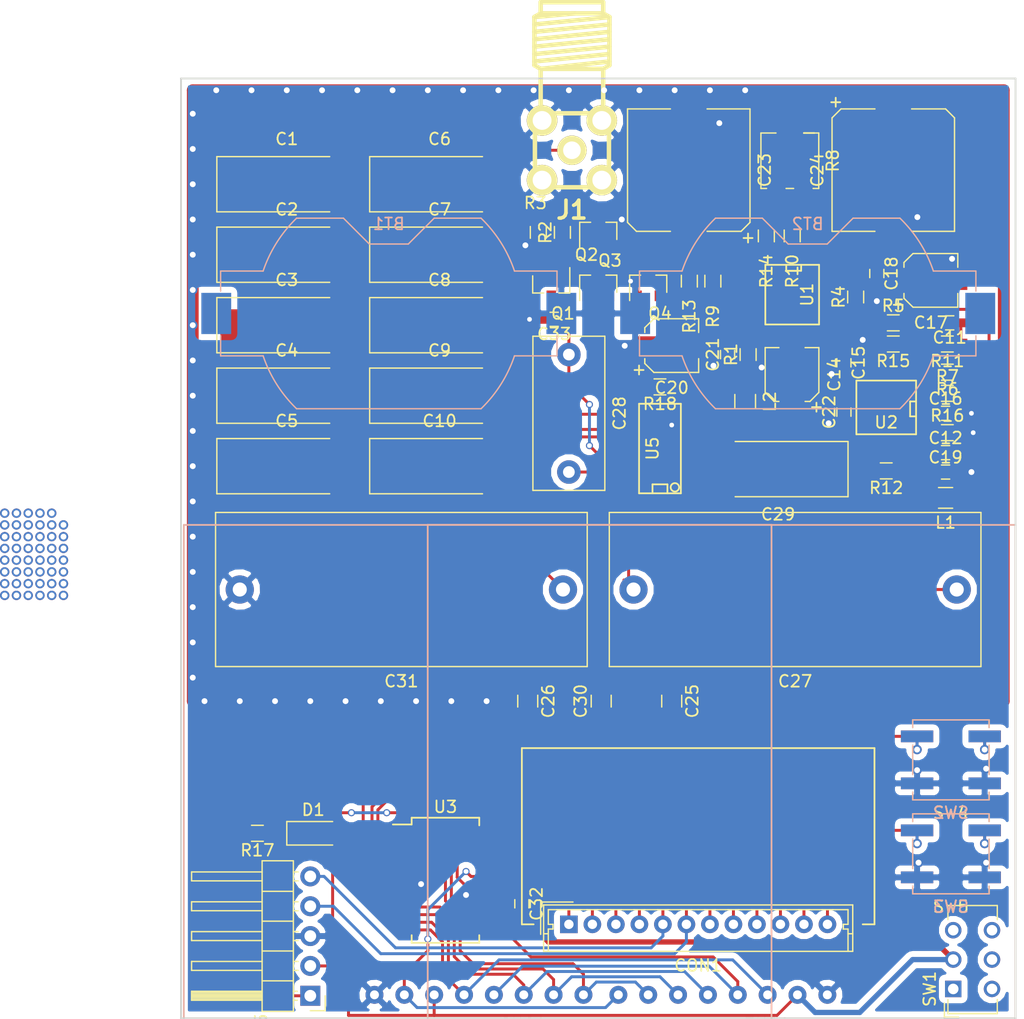
<source format=kicad_pcb>
(kicad_pcb (version 4) (host pcbnew 4.0.7)
  (layers (0 F.Cu signal) (31 B.Cu signal) (34 B.Paste user hide) (35 F.Paste user hide) (36 B.SilkS user hide) (37 F.SilkS user hide) (38 B.Mask user hide) (39 F.Mask user hide) (44 Edge.Cuts user))
  (net 0 "")
  (net 1 GND)
  (net 2 "Net-(BT1-Pad1)")
  (net 3 "Net-(BT2-Pad2)")
  (net 4 +3V)
  (net 5 -3V)
  (net 6 "Net-(C11-Pad1)")
  (net 7 "Net-(C11-Pad2)")
  (net 8 "Net-(C12-Pad1)")
  (net 9 "Net-(Q1-Pad2)")
  (net 10 "Net-(Q2-Pad2)")
  (net 11 "Net-(Q3-Pad2)")
  (net 12 "Net-(Q4-Pad2)")
  (net 13 "Net-(R10-Pad2)")
  (net 14 "Net-(U3-Pad7)")
  (net 15 "Net-(D1-Pad1)")
  (net 16 "Net-(J2-Pad1)")
  (net 17 +3V_Digital)
  (net 18 -3V_Digital)
  (net 19 "Net-(C1-Pad1)")
  (net 20 "Net-(C1-Pad2)")
  (net 21 "Net-(C12-Pad2)")
  (net 22 "Net-(C14-Pad1)")
  (net 23 "Net-(C15-Pad1)")
  (net 24 "Net-(C23-Pad1)")
  (net 25 "Net-(C27-Pad2)")
  (net 26 "Net-(C28-Pad2)")
  (net 27 "Net-(C29-Pad2)")
  (net 28 "Net-(C30-Pad1)")
  (net 29 "Net-(Q1-Pad1)")
  (net 30 "Net-(R12-Pad2)")
  (net 31 "Net-(R13-Pad2)")
  (net 32 "Net-(R11-Pad2)")
  (net 33 "Net-(U3-Pad9)")
  (net 34 "Net-(U3-Pad16)")
  (net 35 "Net-(U5-Pad1)")
  (net 36 "Net-(U5-Pad2)")
  (net 37 "Net-(U5-Pad4)")
  (net 38 "Net-(U5-Pad7)")
  (net 39 "Net-(U5-Pad8)")
  (net 40 "Net-(C16-Pad1)")
  (net 41 "Net-(C24-Pad1)")
  (net 42 "Net-(C30-Pad2)")
  (net 43 "Net-(C31-Pad1)")
  (net 44 "Net-(R4-Pad2)")
  (net 45 "Net-(R10-Pad1)")
  (net 46 "Net-(R18-Pad1)")
  (net 47 "Net-(R18-Pad2)")
  (net 48 +3V_LNA)
  (net 49 -3V_LNA)
  (net 50 "Net-(CON1-Pad1)")
  (net 51 "Net-(CON1-Pad2)")
  (net 52 "Net-(CON1-Pad3)")
  (net 53 "Net-(CON1-Pad4)")
  (net 54 "Net-(CON1-Pad5)")
  (net 55 "Net-(CON1-Pad6)")
  (net 56 "Net-(CON1-Pad7)")
  (net 57 "Net-(CON1-Pad8)")
  (net 58 "Net-(CON1-Pad9)")
  (net 59 "Net-(CON1-Pad10)")
  (net 60 "Net-(CON1-Pad11)")
  (net 61 "Net-(CON1-Pad12)")
  (net 62 "Net-(CON2-Pad1)")
  (net 63 "Net-(CON2-Pad2)")
  (net 64 "Net-(CON2-Pad3)")
  (net 65 "Net-(CON2-Pad4)")
  (net 66 "Net-(CON2-Pad5)")
  (net 67 "Net-(CON2-Pad7)")
  (net 68 "Net-(SW2-Pad2)")
  (net 69 "Net-(SW3-Pad2)")
  (module "Noise Meter Kicad Footprint Library:Via-dia-0-8mm-drill-0-5mm" (layer F.Cu) (at 137 103)
    (fp_text reference REF** hide)
    (fp_text value "Via dia 0.8mm drill 0.5mm" hide)
    (pad 1 thru_hole circle (at 0 0) (size 0.8 0.8) (drill 0.5) (layers *.Cu) (net 1 GND))
  )
  (module "Noise Meter Kicad Footprint Library:Via-dia-0-8mm-drill-0-5mm" (layer F.Cu) (at 151 53)
    (fp_text reference REF** hide)
    (fp_text value "Via dia 0.8mm drill 0.5mm" hide)
    (pad 1 thru_hole circle (at 0 0) (size 0.8 0.8) (drill 0.5) (layers *.Cu) (net 1 GND))
  )
  (module "Noise Meter Kicad Footprint Library:Via-dia-0-8mm-drill-0-5mm" (layer F.Cu) (at 166 53)
    (fp_text reference REF** hide)
    (fp_text value "Via dia 0.8mm drill 0.5mm" hide)
    (pad 1 thru_hole circle (at 0 0) (size 0.8 0.8) (drill 0.5) (layers *.Cu) (net 1 GND))
  )
  (module "Noise Meter Kicad Footprint Library:Via-dia-0-8mm-drill-0-5mm" (layer F.Cu) (at 184 53)
    (fp_text reference REF** hide)
    (fp_text value "Via dia 0.8mm drill 0.5mm" hide)
    (pad 1 thru_hole circle (at 0 0) (size 0.8 0.8) (drill 0.5) (layers *.Cu) (net 1 GND))
  )
  (module "Noise Meter Kicad Footprint Library:Via-dia-0-8mm-drill-0-5mm" (layer F.Cu) (at 126 96)
    (fp_text reference REF** hide)
    (fp_text value "Via dia 0.8mm drill 0.5mm" hide)
    (pad 1 thru_hole circle (at 0 0) (size 0.8 0.8) (drill 0.5) (layers *.Cu) (net 1 GND))
  )
  (module "Noise Meter Kicad Footprint Library:Via-dia-0-8mm-drill-0-5mm" (layer F.Cu) (at 125 96)
    (fp_text reference REF** hide)
    (fp_text value "Via dia 0.8mm drill 0.5mm" hide)
    (pad 1 thru_hole circle (at 0 0) (size 0.8 0.8) (drill 0.5) (layers *.Cu) (net 1 GND))
  )
  (module "Noise Meter Kicad Footprint Library:Via-dia-0-8mm-drill-0-5mm" (layer F.Cu) (at 124 96)
    (fp_text reference REF** hide)
    (fp_text value "Via dia 0.8mm drill 0.5mm" hide)
    (pad 1 thru_hole circle (at 0 0) (size 0.8 0.8) (drill 0.5) (layers *.Cu) (net 1 GND))
  )
  (module "Noise Meter Kicad Footprint Library:Via-dia-0-8mm-drill-0-5mm" (layer F.Cu) (at 123 96)
    (fp_text reference REF** hide)
    (fp_text value "Via dia 0.8mm drill 0.5mm" hide)
    (pad 1 thru_hole circle (at 0 0) (size 0.8 0.8) (drill 0.5) (layers *.Cu) (net 1 GND))
  )
  (module "Noise Meter Kicad Footprint Library:Via-dia-0-8mm-drill-0-5mm" (layer F.Cu) (at 122 96)
    (fp_text reference REF** hide)
    (fp_text value "Via dia 0.8mm drill 0.5mm" hide)
    (pad 1 thru_hole circle (at 0 0) (size 0.8 0.8) (drill 0.5) (layers *.Cu) (net 1 GND))
  )
  (module "Noise Meter Kicad Footprint Library:Via-dia-0-8mm-drill-0-5mm" (layer F.Cu) (at 121 96)
    (fp_text reference REF** hide)
    (fp_text value "Via dia 0.8mm drill 0.5mm" hide)
    (pad 1 thru_hole circle (at 0 0) (size 0.8 0.8) (drill 0.5) (layers *.Cu) (net 1 GND))
  )
  (module "Noise Meter Kicad Footprint Library:Via-dia-0-8mm-drill-0-5mm" (layer F.Cu) (at 137 100)
    (fp_text reference REF** hide)
    (fp_text value "Via dia 0.8mm drill 0.5mm" hide)
    (pad 1 thru_hole circle (at 0 0) (size 0.8 0.8) (drill 0.5) (layers *.Cu) (net 1 GND))
  )
  (module "Noise Meter Kicad Footprint Library:Via-dia-0-8mm-drill-0-5mm" (layer F.Cu) (at 154 53)
    (fp_text reference REF** hide)
    (fp_text value "Via dia 0.8mm drill 0.5mm" hide)
    (pad 1 thru_hole circle (at 0 0) (size 0.8 0.8) (drill 0.5) (layers *.Cu) (net 1 GND))
  )
  (module "Noise Meter Kicad Footprint Library:Via-dia-0-8mm-drill-0-5mm" (layer F.Cu) (at 169 53)
    (fp_text reference REF** hide)
    (fp_text value "Via dia 0.8mm drill 0.5mm" hide)
    (pad 1 thru_hole circle (at 0 0) (size 0.8 0.8) (drill 0.5) (layers *.Cu) (net 1 GND))
  )
  (module "Noise Meter Kicad Footprint Library:Via-dia-0-8mm-drill-0-5mm" (layer F.Cu) (at 181 53)
    (fp_text reference REF** hide)
    (fp_text value "Via dia 0.8mm drill 0.5mm" hide)
    (pad 1 thru_hole circle (at 0 0) (size 0.8 0.8) (drill 0.5) (layers *.Cu) (net 1 GND))
  )
  (module "Noise Meter Kicad Footprint Library:Via-dia-0-8mm-drill-0-5mm" (layer F.Cu) (at 126 95)
    (fp_text reference REF** hide)
    (fp_text value "Via dia 0.8mm drill 0.5mm" hide)
    (pad 1 thru_hole circle (at 0 0) (size 0.8 0.8) (drill 0.5) (layers *.Cu) (net 1 GND))
  )
  (module "Noise Meter Kicad Footprint Library:Via-dia-0-8mm-drill-0-5mm" (layer F.Cu) (at 125 95)
    (fp_text reference REF** hide)
    (fp_text value "Via dia 0.8mm drill 0.5mm" hide)
    (pad 1 thru_hole circle (at 0 0) (size 0.8 0.8) (drill 0.5) (layers *.Cu) (net 1 GND))
  )
  (module "Noise Meter Kicad Footprint Library:Via-dia-0-8mm-drill-0-5mm" (layer F.Cu) (at 124 95)
    (fp_text reference REF** hide)
    (fp_text value "Via dia 0.8mm drill 0.5mm" hide)
    (pad 1 thru_hole circle (at 0 0) (size 0.8 0.8) (drill 0.5) (layers *.Cu) (net 1 GND))
  )
  (module "Noise Meter Kicad Footprint Library:Via-dia-0-8mm-drill-0-5mm" (layer F.Cu) (at 123 95)
    (fp_text reference REF** hide)
    (fp_text value "Via dia 0.8mm drill 0.5mm" hide)
    (pad 1 thru_hole circle (at 0 0) (size 0.8 0.8) (drill 0.5) (layers *.Cu) (net 1 GND))
  )
  (module "Noise Meter Kicad Footprint Library:Via-dia-0-8mm-drill-0-5mm" (layer F.Cu) (at 122 95)
    (fp_text reference REF** hide)
    (fp_text value "Via dia 0.8mm drill 0.5mm" hide)
    (pad 1 thru_hole circle (at 0 0) (size 0.8 0.8) (drill 0.5) (layers *.Cu) (net 1 GND))
  )
  (module "Noise Meter Kicad Footprint Library:Via-dia-0-8mm-drill-0-5mm" (layer F.Cu) (at 121 95)
    (fp_text reference REF** hide)
    (fp_text value "Via dia 0.8mm drill 0.5mm" hide)
    (pad 1 thru_hole circle (at 0 0) (size 0.8 0.8) (drill 0.5) (layers *.Cu) (net 1 GND))
  )
  (module "Noise Meter Kicad Footprint Library:Via-dia-0-8mm-drill-0-5mm" (layer F.Cu) (at 137 97)
    (fp_text reference REF** hide)
    (fp_text value "Via dia 0.8mm drill 0.5mm" hide)
    (pad 1 thru_hole circle (at 0 0) (size 0.8 0.8) (drill 0.5) (layers *.Cu) (net 1 GND))
  )
  (module "Noise Meter Kicad Footprint Library:Via-dia-0-8mm-drill-0-5mm" (layer F.Cu) (at 139 53)
    (fp_text reference REF** hide)
    (fp_text value "Via dia 0.8mm drill 0.5mm" hide)
    (pad 1 thru_hole circle (at 0 0) (size 0.8 0.8) (drill 0.5) (layers *.Cu) (net 1 GND))
  )
  (module "Noise Meter Kicad Footprint Library:Via-dia-0-8mm-drill-0-5mm" (layer F.Cu) (at 163 53)
    (fp_text reference REF** hide)
    (fp_text value "Via dia 0.8mm drill 0.5mm" hide)
    (pad 1 thru_hole circle (at 0 0) (size 0.8 0.8) (drill 0.5) (layers *.Cu) (net 1 GND))
  )
  (module "Noise Meter Kicad Footprint Library:Via-dia-0-8mm-drill-0-5mm" (layer F.Cu) (at 178 53)
    (fp_text reference REF** hide)
    (fp_text value "Via dia 0.8mm drill 0.5mm" hide)
    (pad 1 thru_hole circle (at 0 0) (size 0.8 0.8) (drill 0.5) (layers *.Cu) (net 1 GND))
  )
  (module "Noise Meter Kicad Footprint Library:Via-dia-0-8mm-drill-0-5mm" (layer F.Cu) (at 126 94)
    (fp_text reference REF** hide)
    (fp_text value "Via dia 0.8mm drill 0.5mm" hide)
    (pad 1 thru_hole circle (at 0 0) (size 0.8 0.8) (drill 0.5) (layers *.Cu) (net 1 GND))
  )
  (module "Noise Meter Kicad Footprint Library:Via-dia-0-8mm-drill-0-5mm" (layer F.Cu) (at 125 94)
    (fp_text reference REF** hide)
    (fp_text value "Via dia 0.8mm drill 0.5mm" hide)
    (pad 1 thru_hole circle (at 0 0) (size 0.8 0.8) (drill 0.5) (layers *.Cu) (net 1 GND))
  )
  (module "Noise Meter Kicad Footprint Library:Via-dia-0-8mm-drill-0-5mm" (layer F.Cu) (at 124 94)
    (fp_text reference REF** hide)
    (fp_text value "Via dia 0.8mm drill 0.5mm" hide)
    (pad 1 thru_hole circle (at 0 0) (size 0.8 0.8) (drill 0.5) (layers *.Cu) (net 1 GND))
  )
  (module "Noise Meter Kicad Footprint Library:Via-dia-0-8mm-drill-0-5mm" (layer F.Cu) (at 123 94)
    (fp_text reference REF** hide)
    (fp_text value "Via dia 0.8mm drill 0.5mm" hide)
    (pad 1 thru_hole circle (at 0 0) (size 0.8 0.8) (drill 0.5) (layers *.Cu) (net 1 GND))
  )
  (module "Noise Meter Kicad Footprint Library:Via-dia-0-8mm-drill-0-5mm" (layer F.Cu) (at 122 94)
    (fp_text reference REF** hide)
    (fp_text value "Via dia 0.8mm drill 0.5mm" hide)
    (pad 1 thru_hole circle (at 0 0) (size 0.8 0.8) (drill 0.5) (layers *.Cu) (net 1 GND))
  )
  (module "Noise Meter Kicad Footprint Library:Via-dia-0-8mm-drill-0-5mm" (layer F.Cu) (at 121 94)
    (fp_text reference REF** hide)
    (fp_text value "Via dia 0.8mm drill 0.5mm" hide)
    (pad 1 thru_hole circle (at 0 0) (size 0.8 0.8) (drill 0.5) (layers *.Cu) (net 1 GND))
  )
  (module "Noise Meter Kicad Footprint Library:Via-dia-0-8mm-drill-0-5mm" (layer F.Cu) (at 137 94)
    (fp_text reference REF** hide)
    (fp_text value "Via dia 0.8mm drill 0.5mm" hide)
    (pad 1 thru_hole circle (at 0 0) (size 0.8 0.8) (drill 0.5) (layers *.Cu) (net 1 GND))
  )
  (module "Noise Meter Kicad Footprint Library:Via-dia-0-8mm-drill-0-5mm" (layer F.Cu) (at 137 61)
    (fp_text reference REF** hide)
    (fp_text value "Via dia 0.8mm drill 0.5mm" hide)
    (pad 1 thru_hole circle (at 0 0) (size 0.8 0.8) (drill 0.5) (layers *.Cu) (net 1 GND))
  )
  (module "Noise Meter Kicad Footprint Library:Via-dia-0-8mm-drill-0-5mm" (layer F.Cu) (at 157 53)
    (fp_text reference REF** hide)
    (fp_text value "Via dia 0.8mm drill 0.5mm" hide)
    (pad 1 thru_hole circle (at 0 0) (size 0.8 0.8) (drill 0.5) (layers *.Cu) (net 1 GND))
  )
  (module "Noise Meter Kicad Footprint Library:Via-dia-0-8mm-drill-0-5mm" (layer F.Cu) (at 175 53)
    (fp_text reference REF** hide)
    (fp_text value "Via dia 0.8mm drill 0.5mm" hide)
    (pad 1 thru_hole circle (at 0 0) (size 0.8 0.8) (drill 0.5) (layers *.Cu) (net 1 GND))
  )
  (module "Noise Meter Kicad Footprint Library:Via-dia-0-8mm-drill-0-5mm" (layer F.Cu) (at 126 93)
    (fp_text reference REF** hide)
    (fp_text value "Via dia 0.8mm drill 0.5mm" hide)
    (pad 1 thru_hole circle (at 0 0) (size 0.8 0.8) (drill 0.5) (layers *.Cu) (net 1 GND))
  )
  (module "Noise Meter Kicad Footprint Library:Via-dia-0-8mm-drill-0-5mm" (layer F.Cu) (at 125 93)
    (fp_text reference REF** hide)
    (fp_text value "Via dia 0.8mm drill 0.5mm" hide)
    (pad 1 thru_hole circle (at 0 0) (size 0.8 0.8) (drill 0.5) (layers *.Cu) (net 1 GND))
  )
  (module "Noise Meter Kicad Footprint Library:Via-dia-0-8mm-drill-0-5mm" (layer F.Cu) (at 124 93)
    (fp_text reference REF** hide)
    (fp_text value "Via dia 0.8mm drill 0.5mm" hide)
    (pad 1 thru_hole circle (at 0 0) (size 0.8 0.8) (drill 0.5) (layers *.Cu) (net 1 GND))
  )
  (module "Noise Meter Kicad Footprint Library:Via-dia-0-8mm-drill-0-5mm" (layer F.Cu) (at 123 93)
    (fp_text reference REF** hide)
    (fp_text value "Via dia 0.8mm drill 0.5mm" hide)
    (pad 1 thru_hole circle (at 0 0) (size 0.8 0.8) (drill 0.5) (layers *.Cu) (net 1 GND))
  )
  (module "Noise Meter Kicad Footprint Library:Via-dia-0-8mm-drill-0-5mm" (layer F.Cu) (at 122 93)
    (fp_text reference REF** hide)
    (fp_text value "Via dia 0.8mm drill 0.5mm" hide)
    (pad 1 thru_hole circle (at 0 0) (size 0.8 0.8) (drill 0.5) (layers *.Cu) (net 1 GND))
  )
  (module "Noise Meter Kicad Footprint Library:Via-dia-0-8mm-drill-0-5mm" (layer F.Cu) (at 121 93)
    (fp_text reference REF** hide)
    (fp_text value "Via dia 0.8mm drill 0.5mm" hide)
    (pad 1 thru_hole circle (at 0 0) (size 0.8 0.8) (drill 0.5) (layers *.Cu) (net 1 GND))
  )
  (module "Noise Meter Kicad Footprint Library:Via-dia-0-8mm-drill-0-5mm" (layer F.Cu) (at 137 91)
    (fp_text reference REF** hide)
    (fp_text value "Via dia 0.8mm drill 0.5mm" hide)
    (pad 1 thru_hole circle (at 0 0) (size 0.8 0.8) (drill 0.5) (layers *.Cu) (net 1 GND))
  )
  (module "Noise Meter Kicad Footprint Library:Via-dia-0-8mm-drill-0-5mm" (layer F.Cu) (at 137 70)
    (fp_text reference REF** hide)
    (fp_text value "Via dia 0.8mm drill 0.5mm" hide)
    (pad 1 thru_hole circle (at 0 0) (size 0.8 0.8) (drill 0.5) (layers *.Cu) (net 1 GND))
  )
  (module "Noise Meter Kicad Footprint Library:Via-dia-0-8mm-drill-0-5mm" (layer F.Cu) (at 142 53)
    (fp_text reference REF** hide)
    (fp_text value "Via dia 0.8mm drill 0.5mm" hide)
    (pad 1 thru_hole circle (at 0 0) (size 0.8 0.8) (drill 0.5) (layers *.Cu) (net 1 GND))
  )
  (module "Noise Meter Kicad Footprint Library:Via-dia-0-8mm-drill-0-5mm" (layer F.Cu) (at 172 53)
    (fp_text reference REF** hide)
    (fp_text value "Via dia 0.8mm drill 0.5mm" hide)
    (pad 1 thru_hole circle (at 0 0) (size 0.8 0.8) (drill 0.5) (layers *.Cu) (net 1 GND))
  )
  (module "Noise Meter Kicad Footprint Library:Via-dia-0-8mm-drill-0-5mm" (layer F.Cu) (at 126 92)
    (fp_text reference REF** hide)
    (fp_text value "Via dia 0.8mm drill 0.5mm" hide)
    (pad 1 thru_hole circle (at 0 0) (size 0.8 0.8) (drill 0.5) (layers *.Cu) (net 1 GND))
  )
  (module "Noise Meter Kicad Footprint Library:Via-dia-0-8mm-drill-0-5mm" (layer F.Cu) (at 125 92)
    (fp_text reference REF** hide)
    (fp_text value "Via dia 0.8mm drill 0.5mm" hide)
    (pad 1 thru_hole circle (at 0 0) (size 0.8 0.8) (drill 0.5) (layers *.Cu) (net 1 GND))
  )
  (module "Noise Meter Kicad Footprint Library:Via-dia-0-8mm-drill-0-5mm" (layer F.Cu) (at 124 92)
    (fp_text reference REF** hide)
    (fp_text value "Via dia 0.8mm drill 0.5mm" hide)
    (pad 1 thru_hole circle (at 0 0) (size 0.8 0.8) (drill 0.5) (layers *.Cu) (net 1 GND))
  )
  (module "Noise Meter Kicad Footprint Library:Via-dia-0-8mm-drill-0-5mm" (layer F.Cu) (at 123 92)
    (fp_text reference REF** hide)
    (fp_text value "Via dia 0.8mm drill 0.5mm" hide)
    (pad 1 thru_hole circle (at 0 0) (size 0.8 0.8) (drill 0.5) (layers *.Cu) (net 1 GND))
  )
  (module "Noise Meter Kicad Footprint Library:Via-dia-0-8mm-drill-0-5mm" (layer F.Cu) (at 122 92)
    (fp_text reference REF** hide)
    (fp_text value "Via dia 0.8mm drill 0.5mm" hide)
    (pad 1 thru_hole circle (at 0 0) (size 0.8 0.8) (drill 0.5) (layers *.Cu) (net 1 GND))
  )
  (module "Noise Meter Kicad Footprint Library:Via-dia-0-8mm-drill-0-5mm" (layer F.Cu) (at 121 92)
    (fp_text reference REF** hide)
    (fp_text value "Via dia 0.8mm drill 0.5mm" hide)
    (pad 1 thru_hole circle (at 0 0) (size 0.8 0.8) (drill 0.5) (layers *.Cu) (net 1 GND))
  )
  (module "Noise Meter Kicad Footprint Library:Via-dia-0-8mm-drill-0-5mm" (layer F.Cu) (at 137 88)
    (fp_text reference REF** hide)
    (fp_text value "Via dia 0.8mm drill 0.5mm" hide)
    (pad 1 thru_hole circle (at 0 0) (size 0.8 0.8) (drill 0.5) (layers *.Cu) (net 1 GND))
  )
  (module "Noise Meter Kicad Footprint Library:Via-dia-0-8mm-drill-0-5mm" (layer F.Cu) (at 137 73)
    (fp_text reference REF** hide)
    (fp_text value "Via dia 0.8mm drill 0.5mm" hide)
    (pad 1 thru_hole circle (at 0 0) (size 0.8 0.8) (drill 0.5) (layers *.Cu) (net 1 GND))
  )
  (module "Noise Meter Kicad Footprint Library:Via-dia-0-8mm-drill-0-5mm" (layer F.Cu) (at 137 55)
    (fp_text reference REF** hide)
    (fp_text value "Via dia 0.8mm drill 0.5mm" hide)
    (pad 1 thru_hole circle (at 0 0) (size 0.8 0.8) (drill 0.5) (layers *.Cu) (net 1 GND))
  )
  (module "Noise Meter Kicad Footprint Library:Via-dia-0-8mm-drill-0-5mm" (layer F.Cu) (at 160 53)
    (fp_text reference REF** hide)
    (fp_text value "Via dia 0.8mm drill 0.5mm" hide)
    (pad 1 thru_hole circle (at 0 0) (size 0.8 0.8) (drill 0.5) (layers *.Cu) (net 1 GND))
  )
  (module "Noise Meter Kicad Footprint Library:Via-dia-0-8mm-drill-0-5mm" (layer F.Cu) (at 126 91)
    (fp_text reference REF** hide)
    (fp_text value "Via dia 0.8mm drill 0.5mm" hide)
    (pad 1 thru_hole circle (at 0 0) (size 0.8 0.8) (drill 0.5) (layers *.Cu) (net 1 GND))
  )
  (module "Noise Meter Kicad Footprint Library:Via-dia-0-8mm-drill-0-5mm" (layer F.Cu) (at 125 91)
    (fp_text reference REF** hide)
    (fp_text value "Via dia 0.8mm drill 0.5mm" hide)
    (pad 1 thru_hole circle (at 0 0) (size 0.8 0.8) (drill 0.5) (layers *.Cu) (net 1 GND))
  )
  (module "Noise Meter Kicad Footprint Library:Via-dia-0-8mm-drill-0-5mm" (layer F.Cu) (at 124 91)
    (fp_text reference REF** hide)
    (fp_text value "Via dia 0.8mm drill 0.5mm" hide)
    (pad 1 thru_hole circle (at 0 0) (size 0.8 0.8) (drill 0.5) (layers *.Cu) (net 1 GND))
  )
  (module "Noise Meter Kicad Footprint Library:Via-dia-0-8mm-drill-0-5mm" (layer F.Cu) (at 123 91)
    (fp_text reference REF** hide)
    (fp_text value "Via dia 0.8mm drill 0.5mm" hide)
    (pad 1 thru_hole circle (at 0 0) (size 0.8 0.8) (drill 0.5) (layers *.Cu) (net 1 GND))
  )
  (module "Noise Meter Kicad Footprint Library:Via-dia-0-8mm-drill-0-5mm" (layer F.Cu) (at 122 91)
    (fp_text reference REF** hide)
    (fp_text value "Via dia 0.8mm drill 0.5mm" hide)
    (pad 1 thru_hole circle (at 0 0) (size 0.8 0.8) (drill 0.5) (layers *.Cu) (net 1 GND))
  )
  (module "Noise Meter Kicad Footprint Library:Via-dia-0-8mm-drill-0-5mm" (layer F.Cu) (at 121 91)
    (fp_text reference REF** hide)
    (fp_text value "Via dia 0.8mm drill 0.5mm" hide)
    (pad 1 thru_hole circle (at 0 0) (size 0.8 0.8) (drill 0.5) (layers *.Cu) (net 1 GND))
  )
  (module "Noise Meter Kicad Footprint Library:Via-dia-0-8mm-drill-0-5mm" (layer F.Cu) (at 137 85)
    (fp_text reference REF** hide)
    (fp_text value "Via dia 0.8mm drill 0.5mm" hide)
    (pad 1 thru_hole circle (at 0 0) (size 0.8 0.8) (drill 0.5) (layers *.Cu) (net 1 GND))
  )
  (module "Noise Meter Kicad Footprint Library:Via-dia-0-8mm-drill-0-5mm" (layer F.Cu) (at 137 76)
    (fp_text reference REF** hide)
    (fp_text value "Via dia 0.8mm drill 0.5mm" hide)
    (pad 1 thru_hole circle (at 0 0) (size 0.8 0.8) (drill 0.5) (layers *.Cu) (net 1 GND))
  )
  (module "Noise Meter Kicad Footprint Library:Via-dia-0-8mm-drill-0-5mm" (layer F.Cu) (at 137 64)
    (fp_text reference REF** hide)
    (fp_text value "Via dia 0.8mm drill 0.5mm" hide)
    (pad 1 thru_hole circle (at 0 0) (size 0.8 0.8) (drill 0.5) (layers *.Cu) (net 1 GND))
  )
  (module "Noise Meter Kicad Footprint Library:Via-dia-0-8mm-drill-0-5mm" (layer F.Cu) (at 145 53)
    (fp_text reference REF** hide)
    (fp_text value "Via dia 0.8mm drill 0.5mm" hide)
    (pad 1 thru_hole circle (at 0 0) (size 0.8 0.8) (drill 0.5) (layers *.Cu) (net 1 GND))
  )
  (module "Noise Meter Kicad Footprint Library:Via-dia-0-8mm-drill-0-5mm" (layer F.Cu) (at 126 90)
    (fp_text reference REF** hide)
    (fp_text value "Via dia 0.8mm drill 0.5mm" hide)
    (pad 1 thru_hole circle (at 0 0) (size 0.8 0.8) (drill 0.5) (layers *.Cu) (net 1 GND))
  )
  (module "Noise Meter Kicad Footprint Library:Via-dia-0-8mm-drill-0-5mm" (layer F.Cu) (at 125 90)
    (fp_text reference REF** hide)
    (fp_text value "Via dia 0.8mm drill 0.5mm" hide)
    (pad 1 thru_hole circle (at 0 0) (size 0.8 0.8) (drill 0.5) (layers *.Cu) (net 1 GND))
  )
  (module "Noise Meter Kicad Footprint Library:Via-dia-0-8mm-drill-0-5mm" (layer F.Cu) (at 124 90)
    (fp_text reference REF** hide)
    (fp_text value "Via dia 0.8mm drill 0.5mm" hide)
    (pad 1 thru_hole circle (at 0 0) (size 0.8 0.8) (drill 0.5) (layers *.Cu) (net 1 GND))
  )
  (module "Noise Meter Kicad Footprint Library:Via-dia-0-8mm-drill-0-5mm" (layer F.Cu) (at 123 90)
    (fp_text reference REF** hide)
    (fp_text value "Via dia 0.8mm drill 0.5mm" hide)
    (pad 1 thru_hole circle (at 0 0) (size 0.8 0.8) (drill 0.5) (layers *.Cu) (net 1 GND))
  )
  (module "Noise Meter Kicad Footprint Library:Via-dia-0-8mm-drill-0-5mm" (layer F.Cu) (at 122 90)
    (fp_text reference REF** hide)
    (fp_text value "Via dia 0.8mm drill 0.5mm" hide)
    (pad 1 thru_hole circle (at 0 0) (size 0.8 0.8) (drill 0.5) (layers *.Cu) (net 1 GND))
  )
  (module "Noise Meter Kicad Footprint Library:Via-dia-0-8mm-drill-0-5mm" (layer F.Cu) (at 121 90)
    (fp_text reference REF** hide)
    (fp_text value "Via dia 0.8mm drill 0.5mm" hide)
    (pad 1 thru_hole circle (at 0 0) (size 0.8 0.8) (drill 0.5) (layers *.Cu) (net 1 GND))
  )
  (module "Noise Meter Kicad Footprint Library:Via-dia-0-8mm-drill-0-5mm" (layer F.Cu) (at 137 82)
    (fp_text reference REF** hide)
    (fp_text value "Via dia 0.8mm drill 0.5mm" hide)
    (pad 1 thru_hole circle (at 0 0) (size 0.8 0.8) (drill 0.5) (layers *.Cu) (net 1 GND))
  )
  (module "Noise Meter Kicad Footprint Library:Via-dia-0-8mm-drill-0-5mm" (layer F.Cu) (at 137 79)
    (fp_text reference REF** hide)
    (fp_text value "Via dia 0.8mm drill 0.5mm" hide)
    (pad 1 thru_hole circle (at 0 0) (size 0.8 0.8) (drill 0.5) (layers *.Cu) (net 1 GND))
  )
  (module "Noise Meter Kicad Footprint Library:Via-dia-0-8mm-drill-0-5mm" (layer F.Cu) (at 137 67)
    (fp_text reference REF** hide)
    (fp_text value "Via dia 0.8mm drill 0.5mm" hide)
    (pad 1 thru_hole circle (at 0 0) (size 0.8 0.8) (drill 0.5) (layers *.Cu) (net 1 GND))
  )
  (module "Noise Meter Kicad Footprint Library:Via-dia-0-8mm-drill-0-5mm" (layer F.Cu) (at 137 58)
    (fp_text reference REF** hide)
    (fp_text value "Via dia 0.8mm drill 0.5mm" hide)
    (pad 1 thru_hole circle (at 0 0) (size 0.8 0.8) (drill 0.5) (layers *.Cu) (net 1 GND))
  )
  (module "Noise Meter Kicad Footprint Library:Via-dia-0-8mm-drill-0-5mm" (layer F.Cu) (at 148 53)
    (fp_text reference REF** hide)
    (fp_text value "Via dia 0.8mm drill 0.5mm" hide)
    (pad 1 thru_hole circle (at 0 0) (size 0.8 0.8) (drill 0.5) (layers *.Cu) (net 1 GND))
  )
  (module "Noise Meter Kicad Footprint Library:Via-dia-0-8mm-drill-0-5mm" (layer F.Cu) (at 125 89)
    (fp_text reference REF** hide)
    (fp_text value "Via dia 0.8mm drill 0.5mm" hide)
    (pad 1 thru_hole circle (at 0 0) (size 0.8 0.8) (drill 0.5) (layers *.Cu) (net 1 GND))
  )
  (module "Noise Meter Kicad Footprint Library:Via-dia-0-8mm-drill-0-5mm" (layer F.Cu) (at 124 89)
    (fp_text reference REF** hide)
    (fp_text value "Via dia 0.8mm drill 0.5mm" hide)
    (pad 1 thru_hole circle (at 0 0) (size 0.8 0.8) (drill 0.5) (layers *.Cu) (net 1 GND))
  )
  (module "Noise Meter Kicad Footprint Library:Via-dia-0-8mm-drill-0-5mm" (layer F.Cu) (at 123 89)
    (fp_text reference REF** hide)
    (fp_text value "Via dia 0.8mm drill 0.5mm" hide)
    (pad 1 thru_hole circle (at 0 0) (size 0.8 0.8) (drill 0.5) (layers *.Cu) (net 1 GND))
  )
  (module "Noise Meter Kicad Footprint Library:Via-dia-0-8mm-drill-0-5mm" (layer F.Cu) (at 122 89)
    (fp_text reference REF** hide)
    (fp_text value "Via dia 0.8mm drill 0.5mm" hide)
    (pad 1 thru_hole circle (at 0 0) (size 0.8 0.8) (drill 0.5) (layers *.Cu) (net 1 GND))
  )
  (module "Noise Meter Kicad Footprint Library:Via-dia-0-8mm-drill-0-5mm" (layer F.Cu) (at 121 89)
    (fp_text reference REF** hide)
    (fp_text value "Via dia 0.8mm drill 0.5mm" hide)
    (pad 1 thru_hole circle (at 0 0) (size 0.8 0.8) (drill 0.5) (layers *.Cu) (net 1 GND))
  )
  (module "Noise Meter Kicad Footprint Library:Via-dia-0-8mm-drill-0-5mm" (layer F.Cu) (at 138 105)
    (fp_text reference REF** hide)
    (fp_text value "Via dia 0.8mm drill 0.5mm" hide)
    (pad 1 thru_hole circle (at 0 0) (size 0.8 0.8) (drill 0.5) (layers *.Cu) (net 1 GND))
  )
  (module "Noise Meter Kicad Footprint Library:Via-dia-0-8mm-drill-0-5mm" (layer F.Cu) (at 141 105)
    (fp_text reference REF** hide)
    (fp_text value "Via dia 0.8mm drill 0.5mm" hide)
    (pad 1 thru_hole circle (at 0 0) (size 0.8 0.8) (drill 0.5) (layers *.Cu) (net 1 GND))
  )
  (module "Noise Meter Kicad Footprint Library:Via-dia-0-8mm-drill-0-5mm" (layer F.Cu) (at 144 105)
    (fp_text reference REF** hide)
    (fp_text value "Via dia 0.8mm drill 0.5mm" hide)
    (pad 1 thru_hole circle (at 0 0) (size 0.8 0.8) (drill 0.5) (layers *.Cu) (net 1 GND))
  )
  (module "Noise Meter Kicad Footprint Library:Via-dia-0-8mm-drill-0-5mm" (layer F.Cu) (at 150 105)
    (fp_text reference REF** hide)
    (fp_text value "Via dia 0.8mm drill 0.5mm" hide)
    (pad 1 thru_hole circle (at 0 0) (size 0.8 0.8) (drill 0.5) (layers *.Cu) (net 1 GND))
  )
  (module "Noise Meter Kicad Footprint Library:Via-dia-0-8mm-drill-0-5mm" (layer F.Cu) (at 162 105)
    (fp_text reference REF** hide)
    (fp_text value "Via dia 0.8mm drill 0.5mm" hide)
    (pad 1 thru_hole circle (at 0 0) (size 0.8 0.8) (drill 0.5) (layers *.Cu) (net 1 GND))
  )
  (module "Noise Meter Kicad Footprint Library:Via-dia-0-8mm-drill-0-5mm" (layer F.Cu) (at 159 105)
    (fp_text reference REF** hide)
    (fp_text value "Via dia 0.8mm drill 0.5mm" hide)
    (pad 1 thru_hole circle (at 0 0) (size 0.8 0.8) (drill 0.5) (layers *.Cu) (net 1 GND))
  )
  (module "Noise Meter Kicad Footprint Library:Via-dia-0-8mm-drill-0-5mm" (layer F.Cu) (at 156 105)
    (fp_text reference REF** hide)
    (fp_text value "Via dia 0.8mm drill 0.5mm" hide)
    (pad 1 thru_hole circle (at 0 0) (size 0.8 0.8) (drill 0.5) (layers *.Cu) (net 1 GND))
  )
  (module "Noise Meter Kicad Footprint Library:Via-dia-0-8mm-drill-0-5mm" (layer F.Cu) (at 147 105)
    (fp_text reference REF** hide)
    (fp_text value "Via dia 0.8mm drill 0.5mm" hide)
    (pad 1 thru_hole circle (at 0 0) (size 0.8 0.8) (drill 0.5) (layers *.Cu) (net 1 GND))
  )
  (module "Noise Meter Kicad Footprint Library:5110" (layer B.Cu) (at 190.99 130 180)
    (fp_text reference CON3 (at 5.08 -2.54 180) (layer B.SilkS) (effects (justify mirror)))
    (fp_text value 5110_LCD_ALT)
    (pad 1 thru_hole circle (at 0 0 180) (size 1.524 1.524) (drill 0.762) (layers *.Cu *.Mask) (net 1 GND))
    (pad 2 thru_hole circle (at 2.54 0 180) (size 1.524 1.524) (drill 0.762) (layers *.Cu *.Mask) (net 17 +3V_Digital))
    (pad 3 thru_hole circle (at 5.08 0 180) (size 1.524 1.524) (drill 0.762) (layers *.Cu *.Mask) (net 66 "Net-(CON2-Pad5)"))
    (pad 4 thru_hole circle (at 7.62 0 180) (size 1.524 1.524) (drill 0.762) (layers *.Cu *.Mask) (net 65 "Net-(CON2-Pad4)"))
    (pad 5 thru_hole circle (at 10.16 0 180) (size 1.524 1.524) (drill 0.762) (layers *.Cu *.Mask) (net 64 "Net-(CON2-Pad3)"))
    (pad 6 thru_hole circle (at 12.7 0 180) (size 1.524 1.524) (drill 0.762) (layers *.Cu *.Mask) (net 63 "Net-(CON2-Pad2)"))
    (pad 7 thru_hole circle (at 15.24 0 180) (size 1.524 1.524) (drill 0.762) (layers *.Cu *.Mask) (net 62 "Net-(CON2-Pad1)"))
    (pad 8 thru_hole circle (at 17.78 0 180) (size 1.524 1.524) (drill 0.762) (layers *.Cu *.Mask) (net 67 "Net-(CON2-Pad7)"))
  )
  (module "Noise Meter Kicad Footprint Library:4-digit-LCD-footprint" (layer F.Cu) (at 169 124)
    (fp_text reference CON1 (at 11 3.5) (layer F.SilkS))
    (fp_text value LCD-4-digit)
    (pad 1 thru_hole rect (at 0 0) (size 1.5 1.5) (drill 0.8) (layers *.Cu *.Mask) (net 50 "Net-(CON1-Pad1)"))
    (pad 2 thru_hole circle (at 2 0) (size 1.5 1.5) (drill 0.8) (layers *.Cu *.Mask) (net 51 "Net-(CON1-Pad2)"))
    (pad 3 thru_hole circle (at 4 0) (size 1.5 1.5) (drill 0.8) (layers *.Cu *.Mask) (net 52 "Net-(CON1-Pad3)"))
    (pad 4 thru_hole circle (at 6 0) (size 1.5 1.5) (drill 0.8) (layers *.Cu *.Mask) (net 53 "Net-(CON1-Pad4)"))
    (pad 5 thru_hole circle (at 8 0) (size 1.5 1.5) (drill 0.8) (layers *.Cu *.Mask) (net 54 "Net-(CON1-Pad5)"))
    (pad 6 thru_hole circle (at 10 0) (size 1.5 1.5) (drill 0.8) (layers *.Cu *.Mask) (net 55 "Net-(CON1-Pad6)"))
    (pad 7 thru_hole circle (at 12 0) (size 1.5 1.5) (drill 0.8) (layers *.Cu *.Mask) (net 56 "Net-(CON1-Pad7)"))
    (pad 8 thru_hole circle (at 14 0) (size 1.5 1.5) (drill 0.8) (layers *.Cu *.Mask) (net 57 "Net-(CON1-Pad8)"))
    (pad 9 thru_hole circle (at 16 0) (size 1.5 1.5) (drill 0.8) (layers *.Cu *.Mask) (net 58 "Net-(CON1-Pad9)"))
    (pad 10 thru_hole circle (at 18 0) (size 1.5 1.5) (drill 0.8) (layers *.Cu *.Mask) (net 59 "Net-(CON1-Pad10)"))
    (pad 11 thru_hole circle (at 20 0) (size 1.5 1.5) (drill 0.8) (layers *.Cu *.Mask) (net 60 "Net-(CON1-Pad11)"))
    (pad 12 thru_hole circle (at 22 0) (size 1.5 1.5) (drill 0.8) (layers *.Cu *.Mask) (net 61 "Net-(CON1-Pad12)"))
  )
  (module "Noise Meter Kicad Footprint Library:5110" (layer B.Cu) (at 170.24 130 180)
    (fp_text reference CON2 (at 5.08 -2.54 180) (layer B.SilkS) (effects (justify mirror)))
    (fp_text value 5110_LCD)
    (pad 1 thru_hole circle (at 0 0 180) (size 1.524 1.524) (drill 0.762) (layers *.Cu *.Mask) (net 62 "Net-(CON2-Pad1)"))
    (pad 2 thru_hole circle (at 2.54 0 180) (size 1.524 1.524) (drill 0.762) (layers *.Cu *.Mask) (net 63 "Net-(CON2-Pad2)"))
    (pad 3 thru_hole circle (at 5.08 0 180) (size 1.524 1.524) (drill 0.762) (layers *.Cu *.Mask) (net 64 "Net-(CON2-Pad3)"))
    (pad 4 thru_hole circle (at 7.62 0 180) (size 1.524 1.524) (drill 0.762) (layers *.Cu *.Mask) (net 65 "Net-(CON2-Pad4)"))
    (pad 5 thru_hole circle (at 10.16 0 180) (size 1.524 1.524) (drill 0.762) (layers *.Cu *.Mask) (net 66 "Net-(CON2-Pad5)"))
    (pad 6 thru_hole circle (at 12.7 0 180) (size 1.524 1.524) (drill 0.762) (layers *.Cu *.Mask) (net 17 +3V_Digital))
    (pad 7 thru_hole circle (at 15.24 0 180) (size 1.524 1.524) (drill 0.762) (layers *.Cu *.Mask) (net 67 "Net-(CON2-Pad7)"))
    (pad 8 thru_hole circle (at 17.78 0 180) (size 1.524 1.524) (drill 0.762) (layers *.Cu *.Mask) (net 1 GND))
  )
  (module Buttons_Switches_SMD:SW_SPST_B3SL-1002P (layer B.Cu) (at 201.5 110)
    (fp_text reference SW2 (at 0 4.5) (layer B.SilkS) (effects (justify mirror)))
    (fp_text value SW_Push)
    (pad 1 smd rect (at -2.875 2) (size 2.75 1) (layers B.Cu B.Paste B.Mask) (net 1 GND))
    (pad 1 smd rect (at 2.875 2) (size 2.75 1) (layers B.Cu B.Paste B.Mask) (net 1 GND))
    (pad 2 smd rect (at 2.875 -2) (size 2.75 1) (layers B.Cu B.Paste B.Mask) (net 68 "Net-(SW2-Pad2)"))
    (pad 2 smd rect (at -2.875 -2) (size 2.75 1) (layers B.Cu B.Paste B.Mask) (net 68 "Net-(SW2-Pad2)"))
  )
  (module Capacitors_THT:C_Rect_L13.0mm_W6.0mm_P10.00mm_FKS3_FKP3_MKS4 (layer F.Cu) (at 169 75.5 270)
    (fp_text reference C28 (at 5 -4.31 270) (layer F.SilkS))
    (fp_text value 0.1uF)
    (pad 1 thru_hole circle (at 0 0 270) (size 2 2) (drill 1) (layers *.Cu *.Mask) (net 4 +3V))
    (pad 2 thru_hole circle (at 10 0 270) (size 2 2) (drill 1) (layers *.Cu *.Mask) (net 26 "Net-(C28-Pad2)"))
  )
  (module Capacitors_THT:C_Rect_L31.5mm_W13.0mm_P27.50mm_MKS4 (layer F.Cu) (at 202 95.5 180)
    (fp_text reference C27 (at 13.75 -7.81 180) (layer F.SilkS))
    (fp_text value 10uF)
    (pad 1 thru_hole circle (at 0 0 180) (size 2.4 2.4) (drill 1.2) (layers *.Cu *.Mask) (net 4 +3V))
    (pad 2 thru_hole circle (at 27.5 0 180) (size 2.4 2.4) (drill 1.2) (layers *.Cu *.Mask) (net 25 "Net-(C27-Pad2)"))
  )
  (module SMD_Packages:SSOP-20 (layer F.Cu) (at 176.75 83.5 90)
    (fp_text reference U5 (at 0 -0.635 90) (layer F.SilkS))
    (fp_text value AD8436)
    (pad 1 smd rect (at -2.921 2.667 90) (size 0.4064 1.27) (layers F.Cu F.Paste F.Mask) (net 35 "Net-(U5-Pad1)"))
    (pad 2 smd rect (at -2.286 2.667 90) (size 0.4064 1.27) (layers F.Cu F.Paste F.Mask) (net 36 "Net-(U5-Pad2)"))
    (pad 3 smd rect (at -1.6256 2.667 90) (size 0.4064 1.27) (layers F.Cu F.Paste F.Mask) (net 27 "Net-(C29-Pad2)"))
    (pad 4 smd rect (at -0.9652 2.667 90) (size 0.4064 1.27) (layers F.Cu F.Paste F.Mask) (net 37 "Net-(U5-Pad4)"))
    (pad 5 smd rect (at -0.3302 2.667 90) (size 0.4064 1.27) (layers F.Cu F.Paste F.Mask) (net 37 "Net-(U5-Pad4)"))
    (pad 6 smd rect (at 0.3302 2.667 90) (size 0.4064 1.27) (layers F.Cu F.Paste F.Mask) (net 46 "Net-(R18-Pad1)"))
    (pad 7 smd rect (at 0.9906 2.667 90) (size 0.4064 1.27) (layers F.Cu F.Paste F.Mask) (net 38 "Net-(U5-Pad7)"))
    (pad 8 smd rect (at 1.6256 2.667 90) (size 0.4064 1.27) (layers F.Cu F.Paste F.Mask) (net 39 "Net-(U5-Pad8)"))
    (pad 9 smd rect (at 2.286 2.667 90) (size 0.4064 1.27) (layers F.Cu F.Paste F.Mask) (net 1 GND))
    (pad 10 smd rect (at 2.921 2.667 90) (size 0.4064 1.27) (layers F.Cu F.Paste F.Mask) (net 43 "Net-(C31-Pad1)"))
    (pad 11 smd rect (at 2.921 -2.667 90) (size 0.4064 1.27) (layers F.Cu F.Paste F.Mask) (net 5 -3V))
    (pad 12 smd rect (at 2.286 -2.667 90) (size 0.4064 1.27) (layers F.Cu F.Paste F.Mask) (net 47 "Net-(R18-Pad2)"))
    (pad 13 smd rect (at 1.6256 -2.667 90) (size 0.4064 1.27) (layers F.Cu F.Paste F.Mask) (net 43 "Net-(C31-Pad1)"))
    (pad 14 smd rect (at 0.9906 -2.667 90) (size 0.4064 1.27) (layers F.Cu F.Paste F.Mask) (net 42 "Net-(C30-Pad2)"))
    (pad 15 smd rect (at 0.3302 -2.667 90) (size 0.4064 1.27) (layers F.Cu F.Paste F.Mask) (net 42 "Net-(C30-Pad2)"))
    (pad 16 smd rect (at -0.3302 -2.667 90) (size 0.4064 1.27) (layers F.Cu F.Paste F.Mask) (net 4 +3V))
    (pad 17 smd rect (at -0.9652 -2.667 90) (size 0.4064 1.27) (layers F.Cu F.Paste F.Mask) (net 4 +3V))
    (pad 18 smd rect (at -1.6256 -2.667 90) (size 0.4064 1.27) (layers F.Cu F.Paste F.Mask) (net 4 +3V))
    (pad 19 smd rect (at -2.286 -2.667 90) (size 0.4064 1.27) (layers F.Cu F.Paste F.Mask) (net 26 "Net-(C28-Pad2)"))
    (pad 20 smd rect (at -2.921 -2.667 90) (size 0.4064 1.27) (layers F.Cu F.Paste F.Mask) (net 25 "Net-(C27-Pad2)"))
  )
  (module Capacitors_Tantalum_SMD:CP_Tantalum_Case-X_EIA-7343-43_Hand (layer F.Cu) (at 158 61)
    (fp_text reference C6 (at 0 -3.85) (layer F.SilkS))
    (fp_text value 100uF)
    (pad 1 smd rect (at -3.775 0) (size 3.75 2.7) (layers F.Cu F.Paste F.Mask) (net 19 "Net-(C1-Pad1)"))
    (pad 2 smd rect (at 3.775 0) (size 3.75 2.7) (layers F.Cu F.Paste F.Mask) (net 20 "Net-(C1-Pad2)"))
  )
  (module Capacitors_SMD:CP_Elec_4x4.5 (layer F.Cu) (at 199.8 69.2)
    (fp_text reference C17 (at 0 3.58 180) (layer F.SilkS))
    (fp_text value 10uF)
    (fp_text user + (at -2.78 1.99 180) (layer F.SilkS))
    (pad 1 smd rect (at -1.8 0 180) (size 2.6 1.6) (layers F.Cu F.Paste F.Mask) (net 48 +3V_LNA))
    (pad 2 smd rect (at 1.8 0 180) (size 2.6 1.6) (layers F.Cu F.Paste F.Mask) (net 1 GND))
  )
  (module Resistors_SMD:R_0603_HandSoldering (layer F.Cu) (at 201.2 78.8)
    (fp_text reference R7 (at 0 -1.45) (layer F.SilkS))
    (fp_text value 15K)
    (pad 1 smd rect (at -1.1 0) (size 1.2 0.9) (layers F.Cu F.Paste F.Mask) (net 40 "Net-(C16-Pad1)"))
    (pad 2 smd rect (at 1.1 0) (size 1.2 0.9) (layers F.Cu F.Paste F.Mask) (net 21 "Net-(C12-Pad2)"))
  )
  (module Battery_Holders:Keystone_1058_1x2032-CoinCell (layer B.Cu) (at 153.68 72)
    (fp_text reference BT1 (at 0 -7.62) (layer B.SilkS) (effects (justify mirror)))
    (fp_text value Battery_Cell)
    (pad 1 smd rect (at -14.68 0) (size 2.54 3.51) (layers B.Cu B.Paste B.Mask) (net 2 "Net-(BT1-Pad1)"))
    (pad 2 smd rect (at 14.68 0) (size 2.54 3.51) (layers B.Cu B.Paste B.Mask) (net 1 GND))
  )
  (module Battery_Holders:Keystone_1058_1x2032-CoinCell (layer B.Cu) (at 189.32 72)
    (fp_text reference BT2 (at 0 -7.62) (layer B.SilkS) (effects (justify mirror)))
    (fp_text value Battery_Cell)
    (pad 1 smd rect (at -14.68 0) (size 2.54 3.51) (layers B.Cu B.Paste B.Mask) (net 1 GND))
    (pad 2 smd rect (at 14.68 0) (size 2.54 3.51) (layers B.Cu B.Paste B.Mask) (net 3 "Net-(BT2-Pad2)"))
  )
  (module Capacitors_SMD:C_0603_HandSoldering (layer F.Cu) (at 195.2 68.6 270)
    (fp_text reference C18 (at 0 -1.25 270) (layer F.SilkS))
    (fp_text value 100nF)
    (pad 1 smd rect (at -0.95 0 270) (size 1.2 0.75) (layers F.Cu F.Paste F.Mask) (net 48 +3V_LNA))
    (pad 2 smd rect (at 0.95 0 270) (size 1.2 0.75) (layers F.Cu F.Paste F.Mask) (net 1 GND))
  )
  (module Capacitors_SMD:C_0603_HandSoldering (layer F.Cu) (at 182.5 75.5 90)
    (fp_text reference C21 (at 0 -1.25 90) (layer F.SilkS))
    (fp_text value 100nF)
    (pad 1 smd rect (at -0.95 0 90) (size 1.2 0.75) (layers F.Cu F.Paste F.Mask) (net 1 GND))
    (pad 2 smd rect (at 0.95 0 90) (size 1.2 0.75) (layers F.Cu F.Paste F.Mask) (net 49 -3V_LNA))
  )
  (module Capacitors_SMD:C_0603_HandSoldering (layer F.Cu) (at 201.05 85.5)
    (fp_text reference C19 (at 0 -1.25) (layer F.SilkS))
    (fp_text value 100nF)
    (pad 1 smd rect (at -0.95 0) (size 1.2 0.75) (layers F.Cu F.Paste F.Mask) (net 4 +3V))
    (pad 2 smd rect (at 0.95 0) (size 1.2 0.75) (layers F.Cu F.Paste F.Mask) (net 1 GND))
  )
  (module Capacitors_SMD:C_0603_HandSoldering (layer F.Cu) (at 192.4 80.4 90)
    (fp_text reference C22 (at 0 -1.25 90) (layer F.SilkS))
    (fp_text value 100nF)
    (pad 1 smd rect (at -0.95 0 90) (size 1.2 0.75) (layers F.Cu F.Paste F.Mask) (net 1 GND))
    (pad 2 smd rect (at 0.95 0 90) (size 1.2 0.75) (layers F.Cu F.Paste F.Mask) (net 5 -3V))
  )
  (module Capacitors_SMD:CP_Elec_10x10.5 (layer F.Cu) (at 179.2 59.8 90)
    (fp_text reference C23 (at 0 6.46 90) (layer F.SilkS))
    (fp_text value 1000uF)
    (fp_text user + (at -5.78 4.97 90) (layer F.SilkS))
    (pad 1 smd rect (at -4 0 270) (size 4 2.5) (layers F.Cu F.Paste F.Mask) (net 24 "Net-(C23-Pad1)"))
    (pad 2 smd rect (at 4 0 270) (size 4 2.5) (layers F.Cu F.Paste F.Mask) (net 1 GND))
  )
  (module Capacitors_SMD:C_0603_HandSoldering (layer F.Cu) (at 192.4 76.2 270)
    (fp_text reference C15 (at 0 -1.25 270) (layer F.SilkS))
    (fp_text value 1.5nF)
    (pad 1 smd rect (at -0.95 0 270) (size 1.2 0.75) (layers F.Cu F.Paste F.Mask) (net 23 "Net-(C15-Pad1)"))
    (pad 2 smd rect (at 0.95 0 270) (size 1.2 0.75) (layers F.Cu F.Paste F.Mask) (net 1 GND))
  )
  (module Capacitors_SMD:C_0603_HandSoldering (layer F.Cu) (at 201.4 72.8 180)
    (fp_text reference C11 (at 0 -1.25 180) (layer F.SilkS))
    (fp_text value 1.5nF)
    (pad 1 smd rect (at -0.95 0 180) (size 1.2 0.75) (layers F.Cu F.Paste F.Mask) (net 6 "Net-(C11-Pad1)"))
    (pad 2 smd rect (at 0.95 0 180) (size 1.2 0.75) (layers F.Cu F.Paste F.Mask) (net 7 "Net-(C11-Pad2)"))
  )
  (module Capacitors_SMD:C_0603_HandSoldering (layer F.Cu) (at 201.05 80.5)
    (fp_text reference C16 (at 0 -1.25) (layer F.SilkS))
    (fp_text value 150pF)
    (pad 1 smd rect (at -0.95 0) (size 1.2 0.75) (layers F.Cu F.Paste F.Mask) (net 40 "Net-(C16-Pad1)"))
    (pad 2 smd rect (at 0.95 0) (size 1.2 0.75) (layers F.Cu F.Paste F.Mask) (net 1 GND))
  )
  (module Capacitors_SMD:C_0603_HandSoldering (layer F.Cu) (at 201.05 83.85)
    (fp_text reference C12 (at 0 -1.25) (layer F.SilkS))
    (fp_text value 1.5nF)
    (pad 1 smd rect (at -0.95 0) (size 1.2 0.75) (layers F.Cu F.Paste F.Mask) (net 8 "Net-(C12-Pad1)"))
    (pad 2 smd rect (at 0.95 0) (size 1.2 0.75) (layers F.Cu F.Paste F.Mask) (net 21 "Net-(C12-Pad2)"))
  )
  (module Capacitors_SMD:C_0603_HandSoldering (layer F.Cu) (at 165 122.25 270)
    (fp_text reference C32 (at 0 -1.25 270) (layer F.SilkS))
    (fp_text value 100nF)
    (pad 1 smd rect (at -0.95 0 270) (size 1.2 0.75) (layers F.Cu F.Paste F.Mask) (net 17 +3V_Digital))
    (pad 2 smd rect (at 0.95 0 270) (size 1.2 0.75) (layers F.Cu F.Paste F.Mask) (net 1 GND))
  )
  (module TO_SOT_Packages_SMD:SOT-23 (layer F.Cu) (at 167.5 69.5 270)
    (fp_text reference Q1 (at 2.5 -1 360) (layer F.SilkS))
    (fp_text value MMBT2222A)
    (pad 1 smd rect (at -1 -0.95 270) (size 0.9 0.8) (layers F.Cu F.Paste F.Mask) (net 29 "Net-(Q1-Pad1)"))
    (pad 2 smd rect (at -1 0.95 270) (size 0.9 0.8) (layers F.Cu F.Paste F.Mask) (net 9 "Net-(Q1-Pad2)"))
    (pad 3 smd rect (at 1 0 270) (size 0.9 0.8) (layers F.Cu F.Paste F.Mask) (net 4 +3V))
  )
  (module TO_SOT_Packages_SMD:SOT-23 (layer F.Cu) (at 171.5 69.5 90)
    (fp_text reference Q2 (at 2.5 -1 180) (layer F.SilkS))
    (fp_text value MMBT2222A)
    (pad 1 smd rect (at -1 -0.95 90) (size 0.9 0.8) (layers F.Cu F.Paste F.Mask) (net 5 -3V))
    (pad 2 smd rect (at -1 0.95 90) (size 0.9 0.8) (layers F.Cu F.Paste F.Mask) (net 10 "Net-(Q2-Pad2)"))
    (pad 3 smd rect (at 1 0 90) (size 0.9 0.8) (layers F.Cu F.Paste F.Mask) (net 29 "Net-(Q1-Pad1)"))
  )
  (module TO_SOT_Packages_SMD:SOT-23 (layer F.Cu) (at 171.5 65 90)
    (fp_text reference Q3 (at -2.5 1 360) (layer F.SilkS))
    (fp_text value MMBT2222A)
    (pad 1 smd rect (at -1 -0.95 90) (size 0.9 0.8) (layers F.Cu F.Paste F.Mask) (net 29 "Net-(Q1-Pad1)"))
    (pad 2 smd rect (at -1 0.95 90) (size 0.9 0.8) (layers F.Cu F.Paste F.Mask) (net 11 "Net-(Q3-Pad2)"))
    (pad 3 smd rect (at 1 0 90) (size 0.9 0.8) (layers F.Cu F.Paste F.Mask) (net 1 GND))
  )
  (module TO_SOT_Packages_SMD:SOT-23 (layer F.Cu) (at 175.75 69.5 90)
    (fp_text reference Q4 (at -2.5 1 180) (layer F.SilkS))
    (fp_text value MMBT2222A)
    (pad 1 smd rect (at -1 -0.95 90) (size 0.9 0.8) (layers F.Cu F.Paste F.Mask) (net 1 GND))
    (pad 2 smd rect (at -1 0.95 90) (size 0.9 0.8) (layers F.Cu F.Paste F.Mask) (net 12 "Net-(Q4-Pad2)"))
    (pad 3 smd rect (at 1 0 90) (size 0.9 0.8) (layers F.Cu F.Paste F.Mask) (net 29 "Net-(Q1-Pad1)"))
  )
  (module Resistors_SMD:R_0603_HandSoldering (layer F.Cu) (at 166.4 65.1 270)
    (fp_text reference R3 (at -2.5 0.25 360) (layer F.SilkS))
    (fp_text value 510)
    (pad 1 smd rect (at -1.1 0 270) (size 1.2 0.9) (layers F.Cu F.Paste F.Mask) (net 20 "Net-(C1-Pad2)"))
    (pad 2 smd rect (at 1.1 0 270) (size 1.2 0.9) (layers F.Cu F.Paste F.Mask) (net 1 GND))
  )
  (module Resistors_SMD:R_0603_HandSoldering (layer F.Cu) (at 179.25 69.25 270)
    (fp_text reference R13 (at 3 0 270) (layer F.SilkS))
    (fp_text value 24)
    (pad 1 smd rect (at -1.1 0 270) (size 1.2 0.9) (layers F.Cu F.Paste F.Mask) (net 24 "Net-(C23-Pad1)"))
    (pad 2 smd rect (at 1.1 0 270) (size 1.2 0.9) (layers F.Cu F.Paste F.Mask) (net 31 "Net-(R13-Pad2)"))
  )
  (module Resistors_SMD:R_0603_HandSoldering (layer F.Cu) (at 181.25 69.25 270)
    (fp_text reference R9 (at 3 0 270) (layer F.SilkS))
    (fp_text value 750)
    (pad 1 smd rect (at -1.1 0 270) (size 1.2 0.9) (layers F.Cu F.Paste F.Mask) (net 22 "Net-(C14-Pad1)"))
    (pad 2 smd rect (at 1.1 0 270) (size 1.2 0.9) (layers F.Cu F.Paste F.Mask) (net 31 "Net-(R13-Pad2)"))
  )
  (module Resistors_SMD:R_0603_HandSoldering (layer F.Cu) (at 185.8 65.4 270)
    (fp_text reference R14 (at 3 0 270) (layer F.SilkS))
    (fp_text value 24)
    (pad 1 smd rect (at -1.1 0 270) (size 1.2 0.9) (layers F.Cu F.Paste F.Mask) (net 41 "Net-(C24-Pad1)"))
    (pad 2 smd rect (at 1.1 0 270) (size 1.2 0.9) (layers F.Cu F.Paste F.Mask) (net 13 "Net-(R10-Pad2)"))
  )
  (module Resistors_SMD:R_0603_HandSoldering (layer F.Cu) (at 188 65.4 270)
    (fp_text reference R10 (at 3 0 270) (layer F.SilkS))
    (fp_text value 680)
    (pad 1 smd rect (at -1.1 0 270) (size 1.2 0.9) (layers F.Cu F.Paste F.Mask) (net 45 "Net-(R10-Pad1)"))
    (pad 2 smd rect (at 1.1 0 270) (size 1.2 0.9) (layers F.Cu F.Paste F.Mask) (net 13 "Net-(R10-Pad2)"))
  )
  (module Resistors_SMD:R_0603_HandSoldering (layer F.Cu) (at 193.4 70.6 90)
    (fp_text reference R4 (at 0 -1.45 90) (layer F.SilkS))
    (fp_text value 360)
    (pad 1 smd rect (at -1.1 0 90) (size 1.2 0.9) (layers F.Cu F.Paste F.Mask) (net 7 "Net-(C11-Pad2)"))
    (pad 2 smd rect (at 1.1 0 90) (size 1.2 0.9) (layers F.Cu F.Paste F.Mask) (net 44 "Net-(R4-Pad2)"))
  )
  (module Resistors_SMD:R_0603_HandSoldering (layer F.Cu) (at 196.6 72.8)
    (fp_text reference R5 (at 0 -1.45) (layer F.SilkS))
    (fp_text value 2.7K)
    (pad 1 smd rect (at -1.1 0) (size 1.2 0.9) (layers F.Cu F.Paste F.Mask) (net 23 "Net-(C15-Pad1)"))
    (pad 2 smd rect (at 1.1 0) (size 1.2 0.9) (layers F.Cu F.Paste F.Mask) (net 7 "Net-(C11-Pad2)"))
  )
  (module Resistors_SMD:R_0603_HandSoldering (layer F.Cu) (at 196.6 74.6 180)
    (fp_text reference R15 (at 0 -1.45 180) (layer F.SilkS))
    (fp_text value 200)
    (pad 1 smd rect (at -1.1 0 180) (size 1.2 0.9) (layers F.Cu F.Paste F.Mask) (net 32 "Net-(R11-Pad2)"))
    (pad 2 smd rect (at 1.1 0 180) (size 1.2 0.9) (layers F.Cu F.Paste F.Mask) (net 1 GND))
  )
  (module Resistors_SMD:R_0603_HandSoldering (layer F.Cu) (at 201.2 74.6 180)
    (fp_text reference R11 (at 0 -1.45 180) (layer F.SilkS))
    (fp_text value 820)
    (pad 1 smd rect (at -1.1 0 180) (size 1.2 0.9) (layers F.Cu F.Paste F.Mask) (net 6 "Net-(C11-Pad1)"))
    (pad 2 smd rect (at 1.1 0 180) (size 1.2 0.9) (layers F.Cu F.Paste F.Mask) (net 32 "Net-(R11-Pad2)"))
  )
  (module Resistors_SMD:R_0603_HandSoldering (layer F.Cu) (at 201.2 77 180)
    (fp_text reference R6 (at 0 -1.45 180) (layer F.SilkS))
    (fp_text value 680)
    (pad 1 smd rect (at -1.1 0 180) (size 1.2 0.9) (layers F.Cu F.Paste F.Mask) (net 21 "Net-(C12-Pad2)"))
    (pad 2 smd rect (at 1.1 0 180) (size 1.2 0.9) (layers F.Cu F.Paste F.Mask) (net 6 "Net-(C11-Pad1)"))
  )
  (module Resistors_SMD:R_0603_HandSoldering (layer F.Cu) (at 201.2 82.15)
    (fp_text reference R16 (at 0 -1.45) (layer F.SilkS))
    (fp_text value 510)
    (pad 1 smd rect (at -1.1 0) (size 1.2 0.9) (layers F.Cu F.Paste F.Mask) (net 30 "Net-(R12-Pad2)"))
    (pad 2 smd rect (at 1.1 0) (size 1.2 0.9) (layers F.Cu F.Paste F.Mask) (net 1 GND))
  )
  (module Resistors_SMD:R_0603_HandSoldering (layer F.Cu) (at 196 85.4 180)
    (fp_text reference R12 (at 0 -1.45 180) (layer F.SilkS))
    (fp_text value 510)
    (pad 1 smd rect (at -1.1 0 180) (size 1.2 0.9) (layers F.Cu F.Paste F.Mask) (net 8 "Net-(C12-Pad1)"))
    (pad 2 smd rect (at 1.1 0 180) (size 1.2 0.9) (layers F.Cu F.Paste F.Mask) (net 30 "Net-(R12-Pad2)"))
  )
  (module Resistors_SMD:R_0603_HandSoldering (layer F.Cu) (at 176.75 78.25 180)
    (fp_text reference R18 (at 0 -1.45 180) (layer F.SilkS))
    (fp_text value 10M)
    (pad 1 smd rect (at -1.1 0 180) (size 1.2 0.9) (layers F.Cu F.Paste F.Mask) (net 46 "Net-(R18-Pad1)"))
    (pad 2 smd rect (at 1.1 0 180) (size 1.2 0.9) (layers F.Cu F.Paste F.Mask) (net 47 "Net-(R18-Pad2)"))
  )
  (module Housings_SSOP:SSOP-28_5.3x10.2mm_Pitch0.65mm (layer F.Cu) (at 158.5 120.25)
    (fp_text reference U3 (at 0 -6.25) (layer F.SilkS))
    (fp_text value PIC16F19156)
    (pad 1 smd rect (at -3.6 -4.225) (size 1.75 0.45) (layers F.Cu F.Paste F.Mask) (net 16 "Net-(J2-Pad1)"))
    (pad 2 smd rect (at -3.6 -3.575) (size 1.75 0.45) (layers F.Cu F.Paste F.Mask) (net 61 "Net-(CON1-Pad12)"))
    (pad 3 smd rect (at -3.6 -2.925) (size 1.75 0.45) (layers F.Cu F.Paste F.Mask) (net 60 "Net-(CON1-Pad11)"))
    (pad 4 smd rect (at -3.6 -2.275) (size 1.75 0.45) (layers F.Cu F.Paste F.Mask) (net 59 "Net-(CON1-Pad10)"))
    (pad 5 smd rect (at -3.6 -1.625) (size 1.75 0.45) (layers F.Cu F.Paste F.Mask) (net 69 "Net-(SW3-Pad2)"))
    (pad 6 smd rect (at -3.6 -0.975) (size 1.75 0.45) (layers F.Cu F.Paste F.Mask) (net 68 "Net-(SW2-Pad2)"))
    (pad 7 smd rect (at -3.6 -0.325) (size 1.75 0.45) (layers F.Cu F.Paste F.Mask) (net 14 "Net-(U3-Pad7)"))
    (pad 8 smd rect (at -3.6 0.325) (size 1.75 0.45) (layers F.Cu F.Paste F.Mask) (net 1 GND))
    (pad 9 smd rect (at -3.6 0.975) (size 1.75 0.45) (layers F.Cu F.Paste F.Mask) (net 33 "Net-(U3-Pad9)"))
    (pad 10 smd rect (at -3.6 1.625) (size 1.75 0.45) (layers F.Cu F.Paste F.Mask) (net 28 "Net-(C30-Pad1)"))
    (pad 11 smd rect (at -3.6 2.275) (size 1.75 0.45) (layers F.Cu F.Paste F.Mask) (net 62 "Net-(CON2-Pad1)"))
    (pad 12 smd rect (at -3.6 2.925) (size 1.75 0.45) (layers F.Cu F.Paste F.Mask) (net 63 "Net-(CON2-Pad2)"))
    (pad 13 smd rect (at -3.6 3.575) (size 1.75 0.45) (layers F.Cu F.Paste F.Mask) (net 64 "Net-(CON2-Pad3)"))
    (pad 14 smd rect (at -3.6 4.225) (size 1.75 0.45) (layers F.Cu F.Paste F.Mask) (net 66 "Net-(CON2-Pad5)"))
    (pad 15 smd rect (at 3.6 4.225) (size 1.75 0.45) (layers F.Cu F.Paste F.Mask) (net 65 "Net-(CON2-Pad4)"))
    (pad 16 smd rect (at 3.6 3.575) (size 1.75 0.45) (layers F.Cu F.Paste F.Mask) (net 34 "Net-(U3-Pad16)"))
    (pad 17 smd rect (at 3.6 2.925) (size 1.75 0.45) (layers F.Cu F.Paste F.Mask) (net 58 "Net-(CON1-Pad9)"))
    (pad 18 smd rect (at 3.6 2.275) (size 1.75 0.45) (layers F.Cu F.Paste F.Mask) (net 57 "Net-(CON1-Pad8)"))
    (pad 19 smd rect (at 3.6 1.625) (size 1.75 0.45) (layers F.Cu F.Paste F.Mask) (net 1 GND))
    (pad 20 smd rect (at 3.6 0.975) (size 1.75 0.45) (layers F.Cu F.Paste F.Mask) (net 17 +3V_Digital))
    (pad 21 smd rect (at 3.6 0.325) (size 1.75 0.45) (layers F.Cu F.Paste F.Mask) (net 56 "Net-(CON1-Pad7)"))
    (pad 22 smd rect (at 3.6 -0.325) (size 1.75 0.45) (layers F.Cu F.Paste F.Mask) (net 67 "Net-(CON2-Pad7)"))
    (pad 23 smd rect (at 3.6 -0.975) (size 1.75 0.45) (layers F.Cu F.Paste F.Mask) (net 50 "Net-(CON1-Pad1)"))
    (pad 24 smd rect (at 3.6 -1.625) (size 1.75 0.45) (layers F.Cu F.Paste F.Mask) (net 51 "Net-(CON1-Pad2)"))
    (pad 25 smd rect (at 3.6 -2.275) (size 1.75 0.45) (layers F.Cu F.Paste F.Mask) (net 52 "Net-(CON1-Pad3)"))
    (pad 26 smd rect (at 3.6 -2.925) (size 1.75 0.45) (layers F.Cu F.Paste F.Mask) (net 53 "Net-(CON1-Pad4)"))
    (pad 27 smd rect (at 3.6 -3.575) (size 1.75 0.45) (layers F.Cu F.Paste F.Mask) (net 54 "Net-(CON1-Pad5)"))
    (pad 28 smd rect (at 3.6 -4.225) (size 1.75 0.45) (layers F.Cu F.Paste F.Mask) (net 55 "Net-(CON1-Pad6)"))
  )
  (module Diodes_SMD:D_SOD-123 (layer F.Cu) (at 147.25 116.25)
    (fp_text reference D1 (at 0 -2) (layer F.SilkS))
    (fp_text value 1N4148)
    (pad 1 smd rect (at -1.65 0) (size 0.9 1.2) (layers F.Cu F.Paste F.Mask) (net 15 "Net-(D1-Pad1)"))
    (pad 2 smd rect (at 1.65 0) (size 0.9 1.2) (layers F.Cu F.Paste F.Mask) (net 17 +3V_Digital))
  )
  (module Pin_Headers:Pin_Header_Angled_1x05_Pitch2.54mm (layer F.Cu) (at 147 130.08 180)
    (fp_text reference J2 (at 4.385 -2.27 180) (layer F.SilkS))
    (fp_text value Conn_01x05_Male)
    (pad 1 thru_hole rect (at 0 0 180) (size 1.7 1.7) (drill 1) (layers *.Cu *.Mask) (net 16 "Net-(J2-Pad1)"))
    (pad 2 thru_hole oval (at 0 2.54 180) (size 1.7 1.7) (drill 1) (layers *.Cu *.Mask) (net 17 +3V_Digital))
    (pad 3 thru_hole oval (at 0 5.08 180) (size 1.7 1.7) (drill 1) (layers *.Cu *.Mask) (net 1 GND))
    (pad 4 thru_hole oval (at 0 7.62 180) (size 1.7 1.7) (drill 1) (layers *.Cu *.Mask) (net 55 "Net-(CON1-Pad6)"))
    (pad 5 thru_hole oval (at 0 10.16 180) (size 1.7 1.7) (drill 1) (layers *.Cu *.Mask) (net 54 "Net-(CON1-Pad5)"))
  )
  (module Resistors_SMD:R_0603_HandSoldering (layer F.Cu) (at 142.5 116.25 180)
    (fp_text reference R17 (at 0 -1.45 180) (layer F.SilkS))
    (fp_text value 15K)
    (pad 1 smd rect (at -1.1 0 180) (size 1.2 0.9) (layers F.Cu F.Paste F.Mask) (net 15 "Net-(D1-Pad1)"))
    (pad 2 smd rect (at 1.1 0 180) (size 1.2 0.9) (layers F.Cu F.Paste F.Mask) (net 16 "Net-(J2-Pad1)"))
  )
  (module Capacitors_SMD:CP_Elec_10x10.5 (layer F.Cu) (at 196.6 59.8 270)
    (fp_text reference C24 (at 0 6.46 270) (layer F.SilkS))
    (fp_text value 1000uF)
    (fp_text user + (at -5.78 4.97 270) (layer F.SilkS))
    (pad 1 smd rect (at -4 0 90) (size 4 2.5) (layers F.Cu F.Paste F.Mask) (net 41 "Net-(C24-Pad1)"))
    (pad 2 smd rect (at 4 0 90) (size 4 2.5) (layers F.Cu F.Paste F.Mask) (net 1 GND))
  )
  (module Capacitors_SMD:CP_Elec_4x4.5 (layer F.Cu) (at 177.75 74.75)
    (fp_text reference C20 (at 0 3.58 180) (layer F.SilkS))
    (fp_text value 10uF)
    (fp_text user + (at -2.78 1.99 180) (layer F.SilkS))
    (pad 1 smd rect (at -1.8 0 180) (size 2.6 1.6) (layers F.Cu F.Paste F.Mask) (net 1 GND))
    (pad 2 smd rect (at 1.8 0 180) (size 2.6 1.6) (layers F.Cu F.Paste F.Mask) (net 49 -3V_LNA))
  )
  (module Potentiometers:Potentiometer_Trimmer_Bourns_3214J (layer F.Cu) (at 187.8 59 270)
    (fp_text reference R8 (at 0 -3.65 270) (layer F.SilkS))
    (fp_text value 100)
    (pad 1 smd rect (at 2 -1.15 270) (size 2 1.3) (layers F.Cu F.Mask) (net 44 "Net-(R4-Pad2)"))
    (pad 2 smd rect (at -2 0 270) (size 2 2) (layers F.Cu F.Mask) (net 45 "Net-(R10-Pad1)"))
    (pad 3 smd rect (at 2 1.15 270) (size 2 1.3) (layers F.Cu F.Mask) (net 45 "Net-(R10-Pad1)"))
  )
  (module "Noise Meter Kicad Footprint Library:Feedthrough_C_0805_HandSoldering" (layer F.Cu) (at 177.75 105 270)
    (fp_text reference C25 (at 0 -1.75 270) (layer F.SilkS))
    (fp_text value "22uF 20% 6.3V")
    (pad 1 smd rect (at -1.2 0 270) (size 1 1.3) (layers F.Cu F.Paste F.Mask) (net 4 +3V))
    (pad 2 smd rect (at 1.2 0 270) (size 1 1.3) (layers F.Cu F.Paste F.Mask) (net 17 +3V_Digital))
    (pad 3 smd rect (at 0 0 270) (size 0.5 2.9) (layers F.Cu F.Paste F.Mask) (net 1 GND))
  )
  (module "Noise Meter Kicad Footprint Library:Feedthrough_C_0805_HandSoldering" (layer F.Cu) (at 165.5 105 270)
    (fp_text reference C26 (at 0 -1.75 270) (layer F.SilkS))
    (fp_text value "22uF 20% 6.3V")
    (pad 1 smd rect (at -1.2 0 270) (size 1 1.3) (layers F.Cu F.Paste F.Mask) (net 5 -3V))
    (pad 2 smd rect (at 1.2 0 270) (size 1 1.3) (layers F.Cu F.Paste F.Mask) (net 18 -3V_Digital))
    (pad 3 smd rect (at 0 0 270) (size 0.5 2.9) (layers F.Cu F.Paste F.Mask) (net 1 GND))
  )
  (module "Noise Meter Kicad Footprint Library:Feedthrough_C_0805_HandSoldering" (layer F.Cu) (at 171.75 105 90)
    (fp_text reference C30 (at 0 -1.75 90) (layer F.SilkS))
    (fp_text value "0.1uF 20% 6.3V")
    (pad 1 smd rect (at -1.2 0 90) (size 1 1.3) (layers F.Cu F.Paste F.Mask) (net 28 "Net-(C30-Pad1)"))
    (pad 2 smd rect (at 1.2 0 90) (size 1 1.3) (layers F.Cu F.Paste F.Mask) (net 42 "Net-(C30-Pad2)"))
    (pad 3 smd rect (at 0 0 90) (size 0.5 2.9) (layers F.Cu F.Paste F.Mask) (net 1 GND))
  )
  (module Capacitors_Tantalum_SMD:CP_Tantalum_Case-X_EIA-7343-43_Hand (layer F.Cu) (at 145 61)
    (fp_text reference C1 (at 0 -3.85) (layer F.SilkS))
    (fp_text value 100uF)
    (pad 1 smd rect (at -3.775 0) (size 3.75 2.7) (layers F.Cu F.Paste F.Mask) (net 19 "Net-(C1-Pad1)"))
    (pad 2 smd rect (at 3.775 0) (size 3.75 2.7) (layers F.Cu F.Paste F.Mask) (net 20 "Net-(C1-Pad2)"))
  )
  (module Capacitors_Tantalum_SMD:CP_Tantalum_Case-X_EIA-7343-43_Hand (layer F.Cu) (at 145 67)
    (fp_text reference C2 (at 0 -3.85) (layer F.SilkS))
    (fp_text value 100uF)
    (pad 1 smd rect (at -3.775 0) (size 3.75 2.7) (layers F.Cu F.Paste F.Mask) (net 19 "Net-(C1-Pad1)"))
    (pad 2 smd rect (at 3.775 0) (size 3.75 2.7) (layers F.Cu F.Paste F.Mask) (net 20 "Net-(C1-Pad2)"))
  )
  (module Capacitors_Tantalum_SMD:CP_Tantalum_Case-X_EIA-7343-43_Hand (layer F.Cu) (at 145 73)
    (fp_text reference C3 (at 0 -3.85) (layer F.SilkS))
    (fp_text value 100uF)
    (pad 1 smd rect (at -3.775 0) (size 3.75 2.7) (layers F.Cu F.Paste F.Mask) (net 19 "Net-(C1-Pad1)"))
    (pad 2 smd rect (at 3.775 0) (size 3.75 2.7) (layers F.Cu F.Paste F.Mask) (net 20 "Net-(C1-Pad2)"))
  )
  (module Capacitors_Tantalum_SMD:CP_Tantalum_Case-X_EIA-7343-43_Hand (layer F.Cu) (at 145 79)
    (fp_text reference C4 (at 0 -3.85) (layer F.SilkS))
    (fp_text value 100uF)
    (pad 1 smd rect (at -3.775 0) (size 3.75 2.7) (layers F.Cu F.Paste F.Mask) (net 19 "Net-(C1-Pad1)"))
    (pad 2 smd rect (at 3.775 0) (size 3.75 2.7) (layers F.Cu F.Paste F.Mask) (net 20 "Net-(C1-Pad2)"))
  )
  (module Capacitors_Tantalum_SMD:CP_Tantalum_Case-X_EIA-7343-43_Hand (layer F.Cu) (at 145 85)
    (fp_text reference C5 (at 0 -3.85) (layer F.SilkS))
    (fp_text value 100uF)
    (pad 1 smd rect (at -3.775 0) (size 3.75 2.7) (layers F.Cu F.Paste F.Mask) (net 19 "Net-(C1-Pad1)"))
    (pad 2 smd rect (at 3.775 0) (size 3.75 2.7) (layers F.Cu F.Paste F.Mask) (net 20 "Net-(C1-Pad2)"))
  )
  (module Capacitors_Tantalum_SMD:CP_Tantalum_Case-X_EIA-7343-43_Hand (layer F.Cu) (at 158 67)
    (fp_text reference C7 (at 0 -3.85) (layer F.SilkS))
    (fp_text value 100uF)
    (pad 1 smd rect (at -3.775 0) (size 3.75 2.7) (layers F.Cu F.Paste F.Mask) (net 19 "Net-(C1-Pad1)"))
    (pad 2 smd rect (at 3.775 0) (size 3.75 2.7) (layers F.Cu F.Paste F.Mask) (net 20 "Net-(C1-Pad2)"))
  )
  (module Capacitors_Tantalum_SMD:CP_Tantalum_Case-X_EIA-7343-43_Hand (layer F.Cu) (at 158 73)
    (fp_text reference C8 (at 0 -3.85) (layer F.SilkS))
    (fp_text value 100uF)
    (pad 1 smd rect (at -3.775 0) (size 3.75 2.7) (layers F.Cu F.Paste F.Mask) (net 19 "Net-(C1-Pad1)"))
    (pad 2 smd rect (at 3.775 0) (size 3.75 2.7) (layers F.Cu F.Paste F.Mask) (net 20 "Net-(C1-Pad2)"))
  )
  (module Capacitors_Tantalum_SMD:CP_Tantalum_Case-X_EIA-7343-43_Hand (layer F.Cu) (at 158 79)
    (fp_text reference C9 (at 0 -3.85) (layer F.SilkS))
    (fp_text value 100uF)
    (pad 1 smd rect (at -3.775 0) (size 3.75 2.7) (layers F.Cu F.Paste F.Mask) (net 19 "Net-(C1-Pad1)"))
    (pad 2 smd rect (at 3.775 0) (size 3.75 2.7) (layers F.Cu F.Paste F.Mask) (net 20 "Net-(C1-Pad2)"))
  )
  (module Capacitors_Tantalum_SMD:CP_Tantalum_Case-X_EIA-7343-43_Hand (layer F.Cu) (at 158 85)
    (fp_text reference C10 (at 0 -3.85) (layer F.SilkS))
    (fp_text value 100uF)
    (pad 1 smd rect (at -3.775 0) (size 3.75 2.7) (layers F.Cu F.Paste F.Mask) (net 19 "Net-(C1-Pad1)"))
    (pad 2 smd rect (at 3.775 0) (size 3.75 2.7) (layers F.Cu F.Paste F.Mask) (net 20 "Net-(C1-Pad2)"))
  )
  (module Capacitors_Tantalum_SMD:CP_Tantalum_Case-X_EIA-7343-43_Hand (layer F.Cu) (at 186.8 85.25 180)
    (fp_text reference C29 (at 0 -3.85 180) (layer F.SilkS))
    (fp_text value 100uF)
    (pad 1 smd rect (at -3.775 0 180) (size 3.75 2.7) (layers F.Cu F.Paste F.Mask) (net 8 "Net-(C12-Pad1)"))
    (pad 2 smd rect (at 3.775 0 180) (size 3.75 2.7) (layers F.Cu F.Paste F.Mask) (net 27 "Net-(C29-Pad2)"))
  )
  (module Resistors_SMD:R_0603_HandSoldering (layer F.Cu) (at 168.45 65.1 90)
    (fp_text reference R2 (at 0 -1.45 90) (layer F.SilkS))
    (fp_text value 82)
    (pad 1 smd rect (at -1.1 0 90) (size 1.2 0.9) (layers F.Cu F.Paste F.Mask) (net 29 "Net-(Q1-Pad1)"))
    (pad 2 smd rect (at 1.1 0 90) (size 1.2 0.9) (layers F.Cu F.Paste F.Mask) (net 20 "Net-(C1-Pad2)"))
  )
  (module Capacitors_SMD:CP_Elec_4x4.5 (layer F.Cu) (at 188 77.2 90)
    (fp_text reference C14 (at 0 3.58 270) (layer F.SilkS))
    (fp_text value 10uF)
    (fp_text user + (at -2.78 1.99 270) (layer F.SilkS))
    (pad 1 smd rect (at -1.8 0 270) (size 2.6 1.6) (layers F.Cu F.Paste F.Mask) (net 22 "Net-(C14-Pad1)"))
    (pad 2 smd rect (at 1.8 0 270) (size 2.6 1.6) (layers F.Cu F.Paste F.Mask) (net 22 "Net-(C14-Pad1)"))
  )
  (module Capacitors_THT:C_Rect_L31.5mm_W13.0mm_P27.50mm_MKS4 (layer F.Cu) (at 168.5 95.5 180)
    (fp_text reference C31 (at 13.75 -7.81 180) (layer F.SilkS))
    (fp_text value 10uF)
    (pad 1 thru_hole circle (at 0 0 180) (size 2.4 2.4) (drill 1.2) (layers *.Cu *.Mask) (net 43 "Net-(C31-Pad1)"))
    (pad 2 thru_hole circle (at 27.5 0 180) (size 2.4 2.4) (drill 1.2) (layers *.Cu *.Mask) (net 1 GND))
  )
  (module Resistors_SMD:R_0603_HandSoldering (layer F.Cu) (at 184.25 75.5 90)
    (fp_text reference R1 (at 0 -1.45 90) (layer F.SilkS))
    (fp_text value 15K)
    (pad 1 smd rect (at -1.1 0 90) (size 1.2 0.9) (layers F.Cu F.Paste F.Mask) (net 1 GND))
    (pad 2 smd rect (at 1.1 0 90) (size 1.2 0.9) (layers F.Cu F.Paste F.Mask) (net 22 "Net-(C14-Pad1)"))
  )
  (module Inductors_SMD:L_0805 (layer F.Cu) (at 201.05 87.7 180)
    (fp_text reference L1 (at 0 -2.1 180) (layer F.SilkS))
    (fp_text value FB)
    (pad 1 smd rect (at -0.95 0 180) (size 0.7 1.3) (layers F.Cu F.Paste F.Mask) (net 48 +3V_LNA))
    (pad 2 smd rect (at 0.95 0 180) (size 0.7 1.3) (layers F.Cu F.Paste F.Mask) (net 4 +3V))
  )
  (module Inductors_SMD:L_0805 (layer F.Cu) (at 184 79.5 270)
    (fp_text reference L2 (at 0 -2.1 270) (layer F.SilkS))
    (fp_text value FB)
    (pad 1 smd rect (at -0.95 0 270) (size 0.7 1.3) (layers F.Cu F.Paste F.Mask) (net 49 -3V_LNA))
    (pad 2 smd rect (at 0.95 0 270) (size 0.7 1.3) (layers F.Cu F.Paste F.Mask) (net 5 -3V))
  )
  (module SMD_Packages:SOIC-8-N (layer F.Cu) (at 188 70.4 270)
    (fp_text reference U1 (at 0 -1.27 270) (layer F.SilkS))
    (fp_text value OPA2227EP)
    (pad 8 smd rect (at -1.905 -3.175 270) (size 0.508 1.143) (layers F.Cu F.Paste F.Mask) (net 48 +3V_LNA))
    (pad 7 smd rect (at -0.635 -3.175 270) (size 0.508 1.143) (layers F.Cu F.Paste F.Mask) (net 44 "Net-(R4-Pad2)"))
    (pad 6 smd rect (at 0.635 -3.175 270) (size 0.508 1.143) (layers F.Cu F.Paste F.Mask) (net 13 "Net-(R10-Pad2)"))
    (pad 5 smd rect (at 1.905 -3.175 270) (size 0.508 1.143) (layers F.Cu F.Paste F.Mask) (net 22 "Net-(C14-Pad1)"))
    (pad 4 smd rect (at 1.905 3.175 270) (size 0.508 1.143) (layers F.Cu F.Paste F.Mask) (net 49 -3V_LNA))
    (pad 3 smd rect (at 0.635 3.175 270) (size 0.508 1.143) (layers F.Cu F.Paste F.Mask) (net 29 "Net-(Q1-Pad1)"))
    (pad 2 smd rect (at -0.635 3.175 270) (size 0.508 1.143) (layers F.Cu F.Paste F.Mask) (net 31 "Net-(R13-Pad2)"))
    (pad 1 smd rect (at -1.905 3.175 270) (size 0.508 1.143) (layers F.Cu F.Paste F.Mask) (net 22 "Net-(C14-Pad1)"))
  )
  (module SMD_Packages:SOIC-8-N (layer F.Cu) (at 196 80 180)
    (fp_text reference U2 (at 0 -1.27 180) (layer F.SilkS))
    (fp_text value OPA2227EP)
    (pad 8 smd rect (at -1.905 -3.175 180) (size 0.508 1.143) (layers F.Cu F.Paste F.Mask) (net 4 +3V))
    (pad 7 smd rect (at -0.635 -3.175 180) (size 0.508 1.143) (layers F.Cu F.Paste F.Mask) (net 8 "Net-(C12-Pad1)"))
    (pad 6 smd rect (at 0.635 -3.175 180) (size 0.508 1.143) (layers F.Cu F.Paste F.Mask) (net 30 "Net-(R12-Pad2)"))
    (pad 5 smd rect (at 1.905 -3.175 180) (size 0.508 1.143) (layers F.Cu F.Paste F.Mask) (net 40 "Net-(C16-Pad1)"))
    (pad 4 smd rect (at 1.905 3.175 180) (size 0.508 1.143) (layers F.Cu F.Paste F.Mask) (net 5 -3V))
    (pad 3 smd rect (at 0.635 3.175 180) (size 0.508 1.143) (layers F.Cu F.Paste F.Mask) (net 23 "Net-(C15-Pad1)"))
    (pad 2 smd rect (at -0.635 3.175 180) (size 0.508 1.143) (layers F.Cu F.Paste F.Mask) (net 32 "Net-(R11-Pad2)"))
    (pad 1 smd rect (at -1.905 3.175 180) (size 0.508 1.143) (layers F.Cu F.Paste F.Mask) (net 6 "Net-(C11-Pad1)"))
  )
  (module "Noise Meter Kicad Footprint Library:SMA-CONN" (layer F.Cu) (at 169.26 58.11)
    (fp_text reference J1 (at 0 5.08) (layer F.SilkS) (effects (font (thickness 0.3048))))
    (fp_text value Conn_Coaxial hide)
    (pad 1 thru_hole circle (at 0 0) (size 2.5 2.5) (drill 1.5) (layers *.Cu *.Mask F.SilkS) (net 19 "Net-(C1-Pad1)"))
    (pad 2 thru_hole circle (at 2.54 -2.54) (size 2.6 2.6) (drill 1.6) (layers *.Cu *.Mask F.SilkS) (net 1 GND))
    (pad 2 thru_hole circle (at -2.54 -2.54) (size 2.6 2.6) (drill 1.6) (layers *.Cu *.Mask F.SilkS) (net 1 GND))
    (pad 2 thru_hole circle (at -2.54 2.54) (size 2.6 2.6) (drill 1.6) (layers *.Cu *.Mask F.SilkS) (net 1 GND))
    (pad 2 thru_hole circle (at 2.54 2.54) (size 2.6 2.6) (drill 1.6) (layers *.Cu *.Mask F.SilkS) (net 1 GND))
  )
  (module Buttons_Switches_SMD:SW_SPST_B3SL-1002P (layer B.Cu) (at 201.5 118)
    (fp_text reference SW3 (at 0 4.5) (layer B.SilkS) (effects (justify mirror)))
    (fp_text value SW_Push)
    (pad 1 smd rect (at -2.875 2) (size 2.75 1) (layers B.Cu B.Paste B.Mask) (net 1 GND))
    (pad 1 smd rect (at 2.875 2) (size 2.75 1) (layers B.Cu B.Paste B.Mask) (net 1 GND))
    (pad 2 smd rect (at 2.875 -2) (size 2.75 1) (layers B.Cu B.Paste B.Mask) (net 69 "Net-(SW3-Pad2)"))
    (pad 2 smd rect (at -2.875 -2) (size 2.75 1) (layers B.Cu B.Paste B.Mask) (net 69 "Net-(SW3-Pad2)"))
  )
  (module Buttons_Switches_THT:SW_CuK_JS202011AQN_DPDT_Angled (layer F.Cu) (at 201.7 129.5 90)
    (fp_text reference SW1 (at 0 -2 90) (layer F.SilkS))
    (fp_text value SW_DPST)
    (pad 1 thru_hole rect (at 0 0 90) (size 1.4 1.4) (drill 0.9) (layers *.Cu *.Mask))
    (pad 2 thru_hole circle (at 2.5 0 90) (size 1.4 1.4) (drill 0.9) (layers *.Cu *.Mask) (net 17 +3V_Digital))
    (pad 3 thru_hole circle (at 5 0 90) (size 1.4 1.4) (drill 0.9) (layers *.Cu *.Mask) (net 2 "Net-(BT1-Pad1)"))
    (pad 4 thru_hole circle (at 0 3.3 90) (size 1.4 1.4) (drill 0.9) (layers *.Cu *.Mask))
    (pad 5 thru_hole circle (at 2.5 3.3 90) (size 1.4 1.4) (drill 0.9) (layers *.Cu *.Mask) (net 18 -3V_Digital))
    (pad 6 thru_hole circle (at 5 3.3 90) (size 1.4 1.4) (drill 0.9) (layers *.Cu *.Mask) (net 3 "Net-(BT2-Pad2)"))
  )
  (module Capacitors_SMD:C_0603_HandSoldering (layer F.Cu) (at 167.75 72.5 180)
    (fp_text reference C33 (at 0 -1.25 180) (layer F.SilkS))
    (fp_text value 100nF)
    (pad 1 smd rect (at -0.95 0 180) (size 1.2 0.75) (layers F.Cu F.Paste F.Mask) (net 4 +3V))
    (pad 2 smd rect (at 0.95 0 180) (size 1.2 0.75) (layers F.Cu F.Paste F.Mask) (net 1 GND))
  )
  (module Buttons_Switches_SMD:SW_SPST_B3SL-1002P (layer F.Cu) (at 201.5 110 180)
    (fp_text reference SW4 (at 0 -4.5 180) (layer F.SilkS))
    (fp_text value SW_Push)
    (pad 1 smd rect (at -2.875 -2 180) (size 2.75 1) (layers F.Cu F.Paste F.Mask) (net 1 GND))
    (pad 1 smd rect (at 2.875 -2 180) (size 2.75 1) (layers F.Cu F.Paste F.Mask) (net 1 GND))
    (pad 2 smd rect (at 2.875 2 180) (size 2.75 1) (layers F.Cu F.Paste F.Mask) (net 68 "Net-(SW2-Pad2)"))
    (pad 2 smd rect (at -2.875 2 180) (size 2.75 1) (layers F.Cu F.Paste F.Mask) (net 68 "Net-(SW2-Pad2)"))
  )
  (module Buttons_Switches_SMD:SW_SPST_B3SL-1002P (layer F.Cu) (at 201.5 118 180)
    (fp_text reference SW5 (at 0 -4.5 180) (layer F.SilkS))
    (fp_text value SW_Push)
    (pad 1 smd rect (at -2.875 -2 180) (size 2.75 1) (layers F.Cu F.Paste F.Mask) (net 1 GND))
    (pad 1 smd rect (at 2.875 -2 180) (size 2.75 1) (layers F.Cu F.Paste F.Mask) (net 1 GND))
    (pad 2 smd rect (at 2.875 2 180) (size 2.75 1) (layers F.Cu F.Paste F.Mask) (net 69 "Net-(SW3-Pad2)"))
    (pad 2 smd rect (at -2.875 2 180) (size 2.75 1) (layers F.Cu F.Paste F.Mask) (net 69 "Net-(SW3-Pad2)"))
  )
  (module "Noise Meter Kicad Footprint Library:Via-dia-0-8mm-drill-0-5mm" (layer F.Cu) (at 153 105)
    (fp_text reference REF** hide)
    (fp_text value "Via dia 0.8mm drill 0.5mm" hide)
    (pad 1 thru_hole circle (at 0 0) (size 0.8 0.8) (drill 0.5) (layers *.Cu) (net 1 GND))
  )
  (gr_line (start 136 132) (end 136 52) (angle 90) (layer Edge.Cuts) (width 0.15))
  (gr_line (start 207 132) (end 136 132) (angle 90) (layer Edge.Cuts) (width 0.15))
  (gr_line (start 207 52) (end 207 132) (angle 90) (layer Edge.Cuts) (width 0.15))
  (gr_line (start 136 52) (end 207 52) (angle 90) (layer Edge.Cuts) (width 0.15))
  (segment (start 162 105) (end 137 105) (width 1) (layer F.Cu) (net 1))
  (segment (start 165.5 105) (end 163 105) (width 0.45) (layer F.Cu) (net 1))
  (segment (start 163 105) (end 162 105) (width 1) (layer F.Cu) (net 1))
  (segment (start 137 105) (end 137 53) (width 1) (layer F.Cu) (net 1))
  (segment (start 137 53) (end 206 53) (width 1) (layer F.Cu) (net 1))
  (segment (start 206 53) (end 206 105) (width 1) (layer F.Cu) (net 1))
  (segment (start 206 105) (end 182 105) (width 1) (layer F.Cu) (net 1))
  (segment (start 182 105) (end 177.75 105) (width 0.45) (layer F.Cu) (net 1))
  (segment (start 171.75 105) (end 165.5 105) (width 0.45) (layer F.Cu) (net 1))
  (segment (start 177.75 105) (end 171.75 105) (width 0.45) (layer F.Cu) (net 1))
  (via (at 173.75 74.75) (size 0.8) (drill 0.5) (layers F.Cu B.Cu) (net 1))
  (segment (start 175.95 74.75) (end 173.75 74.75) (width 0.8) (layer F.Cu) (net 1))
  (via (at 174.25 69.25) (size 0.6) (drill 0.4) (layers F.Cu B.Cu) (net 1))
  (segment (start 174.8 70.5) (end 174.8 69.8) (width 0.25) (layer F.Cu) (net 1))
  (segment (start 174.8 69.8) (end 174.25 69.25) (width 0.25) (layer F.Cu) (net 1))
  (segment (start 204.375 112) (end 204.375 110.875) (width 0.25) (layer B.Cu) (net 1))
  (segment (start 204.375 110.875) (end 204.5 110.75) (width 0.25) (layer B.Cu) (net 1))
  (segment (start 198.625 112) (end 198.625 110.875) (width 0.25) (layer B.Cu) (net 1))
  (segment (start 204.375 120) (end 204.375 118.875) (width 0.25) (layer B.Cu) (net 1))
  (segment (start 204.375 118.875) (end 204.5 118.75) (width 0.25) (layer B.Cu) (net 1))
  (via (at 198.75 118.75) (size 0.8) (drill 0.5) (layers F.Cu B.Cu) (net 1))
  (segment (start 198.625 120) (end 198.625 118.875) (width 0.25) (layer B.Cu) (net 1))
  (segment (start 198.625 118.875) (end 198.75 118.75) (width 0.25) (layer B.Cu) (net 1))
  (segment (start 198.625 120) (end 198.625 118.875) (width 0.25) (layer F.Cu) (net 1))
  (segment (start 198.625 118.875) (end 198.75 118.75) (width 0.25) (layer F.Cu) (net 1))
  (via (at 204.5 118.75) (size 0.8) (drill 0.5) (layers F.Cu B.Cu) (net 1))
  (segment (start 204.375 120) (end 204.375 118.875) (width 0.25) (layer F.Cu) (net 1))
  (segment (start 204.375 118.875) (end 204.5 118.75) (width 0.25) (layer F.Cu) (net 1))
  (segment (start 204.375 110.875) (end 204.5 110.75) (width 0.25) (layer F.Cu) (net 1))
  (via (at 204.5 110.75) (size 0.8) (drill 0.5) (layers F.Cu B.Cu) (net 1))
  (segment (start 204.375 112) (end 204.375 110.875) (width 0.25) (layer F.Cu) (net 1))
  (via (at 198.625 110.875) (size 0.8) (drill 0.5) (layers F.Cu B.Cu) (net 1))
  (segment (start 198.625 112) (end 198.625 110.875) (width 0.25) (layer F.Cu) (net 1))
  (via (at 156.425 120.575) (size 0.8) (drill 0.5) (layers F.Cu B.Cu) (net 1))
  (segment (start 154.9 120.575) (end 156.425 120.575) (width 0.25) (layer F.Cu) (net 1))
  (segment (start 160.625 121.875) (end 160.25 121.5) (width 0.25) (layer F.Cu) (net 1))
  (via (at 160.25 121.5) (size 0.8) (drill 0.5) (layers F.Cu B.Cu) (net 1))
  (segment (start 162.1 121.875) (end 160.625 121.875) (width 0.25) (layer F.Cu) (net 1))
  (segment (start 164 123) (end 164.2 123.2) (width 0.25) (layer F.Cu) (net 1))
  (segment (start 164.2 123.2) (end 165 123.2) (width 0.25) (layer F.Cu) (net 1))
  (segment (start 164 122.25) (end 164 123) (width 0.25) (layer F.Cu) (net 1))
  (segment (start 163.625 121.875) (end 164 122.25) (width 0.25) (layer F.Cu) (net 1))
  (segment (start 162.1 121.875) (end 163.625 121.875) (width 0.25) (layer F.Cu) (net 1))
  (via (at 198.65 63.8) (size 0.8) (drill 0.5) (layers F.Cu B.Cu) (net 1))
  (segment (start 196.6 63.8) (end 198.65 63.8) (width 0.8) (layer F.Cu) (net 1))
  (via (at 165.651699 72.500982) (size 0.6) (drill 0.4) (layers F.Cu B.Cu) (net 1))
  (segment (start 166.5 72.5) (end 165.652681 72.5) (width 0.5) (layer F.Cu) (net 1))
  (segment (start 165.652681 72.5) (end 165.651699 72.500982) (width 0.5) (layer F.Cu) (net 1))
  (via (at 203.4 82.15) (size 0.6) (drill 0.4) (layers F.Cu B.Cu) (net 1))
  (segment (start 202.3 82.15) (end 203.4 82.15) (width 0.25) (layer F.Cu) (net 1))
  (via (at 203.25 80.5) (size 0.6) (drill 0.4) (layers F.Cu B.Cu) (net 1))
  (segment (start 202 80.5) (end 203.25 80.5) (width 0.25) (layer F.Cu) (net 1))
  (segment (start 178.036 81.214) (end 177.75 81.5) (width 0.25) (layer F.Cu) (net 1))
  (via (at 177.75 81.5) (size 0.6) (drill 0.4) (layers F.Cu B.Cu) (net 1))
  (segment (start 179.417 81.214) (end 178.036 81.214) (width 0.25) (layer F.Cu) (net 1))
  (via (at 181.3 76.45) (size 0.8) (drill 0.5) (layers F.Cu B.Cu) (net 1))
  (segment (start 182.5 76.45) (end 181.3 76.45) (width 0.6) (layer F.Cu) (net 1))
  (via (at 185.4 76.6) (size 0.8) (drill 0.5) (layers F.Cu B.Cu) (net 1))
  (segment (start 184.25 76.6) (end 185.4 76.6) (width 0.6) (layer F.Cu) (net 1))
  (via (at 191.1 81.35) (size 0.8) (drill 0.5) (layers F.Cu B.Cu) (net 1))
  (segment (start 192.4 81.35) (end 191.1 81.35) (width 0.6) (layer F.Cu) (net 1))
  (via (at 191.35 77.15) (size 0.8) (drill 0.5) (layers F.Cu B.Cu) (net 1))
  (segment (start 192.4 77.15) (end 191.35 77.15) (width 0.6) (layer F.Cu) (net 1))
  (via (at 203.25 85.5) (size 0.8) (drill 0.5) (layers F.Cu B.Cu) (net 1))
  (segment (start 202 85.5) (end 203.25 85.5) (width 0.6) (layer F.Cu) (net 1))
  (segment (start 194.35 74.6) (end 194 74.25) (width 0.6) (layer F.Cu) (net 1))
  (via (at 194 74.25) (size 0.8) (drill 0.5) (layers F.Cu B.Cu) (net 1))
  (segment (start 195.5 74.6) (end 194.35 74.6) (width 0.6) (layer F.Cu) (net 1))
  (via (at 195.2 70.95) (size 0.8) (drill 0.5) (layers F.Cu B.Cu) (net 1))
  (segment (start 195.2 69.55) (end 195.2 70.95) (width 0.6) (layer F.Cu) (net 1))
  (via (at 201.6 67.35) (size 0.8) (drill 0.5) (layers F.Cu B.Cu) (net 1))
  (segment (start 201.6 69.2) (end 201.6 67.35) (width 0.8) (layer F.Cu) (net 1))
  (via (at 165.3 66.2) (size 0.8) (drill 0.5) (layers F.Cu B.Cu) (net 1))
  (segment (start 166.4 66.2) (end 165.3 66.2) (width 0.8) (layer F.Cu) (net 1))
  (via (at 173.5 64) (size 0.8) (drill 0.5) (layers F.Cu B.Cu) (net 1))
  (segment (start 171.5 64) (end 173.5 64) (width 0.8) (layer F.Cu) (net 1))
  (via (at 181.8 55.8) (size 0.8) (drill 0.5) (layers F.Cu B.Cu) (net 1))
  (segment (start 179.2 55.8) (end 181.8 55.8) (width 0.8) (layer F.Cu) (net 1))
  (segment (start 176.75 85.25) (end 176.5 85) (width 0.25) (layer F.Cu) (net 4))
  (segment (start 176.5 85) (end 175.75 85) (width 0.25) (layer F.Cu) (net 4))
  (segment (start 176.75 89) (end 176.75 85.25) (width 0.25) (layer F.Cu) (net 4))
  (segment (start 183.25 95.5) (end 176.75 89) (width 0.25) (layer F.Cu) (net 4))
  (segment (start 202 95.5) (end 183.25 95.5) (width 0.25) (layer F.Cu) (net 4))
  (segment (start 200.1 87.7) (end 200.1 89.35) (width 0.25) (layer F.Cu) (net 4))
  (segment (start 200.1 89.35) (end 204.25 93.5) (width 0.25) (layer F.Cu) (net 4))
  (segment (start 204.25 97.5) (end 200.25 101.5) (width 0.25) (layer F.Cu) (net 4))
  (segment (start 204.25 93.5) (end 204.25 97.5) (width 0.25) (layer F.Cu) (net 4))
  (segment (start 200.25 101.5) (end 178.75 101.5) (width 0.25) (layer F.Cu) (net 4))
  (segment (start 178.75 101.5) (end 177.75 102.5) (width 0.25) (layer F.Cu) (net 4))
  (segment (start 177.75 102.5) (end 177.75 103.8) (width 0.25) (layer F.Cu) (net 4))
  (segment (start 169 73.75) (end 168.7 73.45) (width 0.25) (layer F.Cu) (net 4))
  (segment (start 168.7 73.45) (end 168.7 72.5) (width 0.25) (layer F.Cu) (net 4))
  (segment (start 169 75.5) (end 169 73.75) (width 0.25) (layer F.Cu) (net 4))
  (segment (start 168.5 70.5) (end 168.7 70.7) (width 0.25) (layer F.Cu) (net 4))
  (segment (start 168.7 70.7) (end 168.7 72.5) (width 0.25) (layer F.Cu) (net 4))
  (segment (start 167.5 70.5) (end 168.5 70.5) (width 0.25) (layer F.Cu) (net 4))
  (segment (start 169 74.75) (end 169 75.5) (width 0.25) (layer F.Cu) (net 4))
  (segment (start 177.75 91.5) (end 177.75 93.5) (width 0.25) (layer F.Cu) (net 4))
  (segment (start 177.75 103.8) (end 177.75 93.5) (width 0.25) (layer F.Cu) (net 4))
  (segment (start 177.75 91.5) (end 175.75 89.5) (width 0.25) (layer F.Cu) (net 4))
  (segment (start 175.75 89.5) (end 175.75 85) (width 0.25) (layer F.Cu) (net 4))
  (segment (start 169 75.5) (end 169 78) (width 0.25) (layer F.Cu) (net 4))
  (segment (start 169 78) (end 170.75 79.75) (width 0.25) (layer F.Cu) (net 4))
  (via (at 170.75 79.75) (size 0.6) (drill 0.4) (layers F.Cu B.Cu) (net 4))
  (segment (start 170.75 83.25) (end 170.75 79.75) (width 0.25) (layer B.Cu) (net 4))
  (segment (start 171.3302 83.8302) (end 170.75 83.25) (width 0.25) (layer F.Cu) (net 4))
  (via (at 170.75 83.25) (size 0.6) (drill 0.4) (layers F.Cu B.Cu) (net 4))
  (segment (start 174.083 83.8302) (end 171.3302 83.8302) (width 0.25) (layer F.Cu) (net 4))
  (segment (start 167.5 70.5) (end 167.5 70.55) (width 0.25) (layer F.Cu) (net 4))
  (segment (start 175.75 84) (end 175.75 84.5) (width 0.25) (layer F.Cu) (net 4))
  (segment (start 175.75 84.5) (end 175.75 85) (width 0.25) (layer F.Cu) (net 4))
  (segment (start 175.7152 84.4652) (end 175.75 84.5) (width 0.25) (layer F.Cu) (net 4))
  (segment (start 174.083 84.4652) (end 175.7152 84.4652) (width 0.25) (layer F.Cu) (net 4))
  (segment (start 174.083 83.8302) (end 175.5802 83.8302) (width 0.25) (layer F.Cu) (net 4))
  (segment (start 175.5802 83.8302) (end 175.75 84) (width 0.25) (layer F.Cu) (net 4))
  (segment (start 175.75 85) (end 175.6244 85.1256) (width 0.25) (layer F.Cu) (net 4))
  (segment (start 175.6244 85.1256) (end 174.083 85.1256) (width 0.25) (layer F.Cu) (net 4))
  (segment (start 200.1 85.5) (end 200.1 87.7) (width 0.25) (layer F.Cu) (net 4))
  (segment (start 197.905 84.055) (end 199.35 85.5) (width 0.25) (layer F.Cu) (net 4))
  (segment (start 199.35 85.5) (end 200.1 85.5) (width 0.25) (layer F.Cu) (net 4))
  (segment (start 197.905 83.175) (end 197.905 84.055) (width 0.25) (layer F.Cu) (net 4))
  (segment (start 170.55 70.5) (end 170.55 73.3) (width 0.25) (layer F.Cu) (net 5))
  (segment (start 170.55 73.3) (end 174.083 76.833) (width 0.25) (layer F.Cu) (net 5))
  (segment (start 174.083 76.833) (end 174.083 80.579) (width 0.25) (layer F.Cu) (net 5))
  (segment (start 184 80.45) (end 182.7 80.45) (width 0.25) (layer F.Cu) (net 5))
  (segment (start 182.7 80.45) (end 179.25 77) (width 0.25) (layer F.Cu) (net 5))
  (segment (start 179.25 77) (end 174.166 77) (width 0.25) (layer F.Cu) (net 5))
  (segment (start 174.166 77) (end 174.083 76.917) (width 0.25) (layer F.Cu) (net 5))
  (segment (start 174.083 76.917) (end 174.083 80.579) (width 0.25) (layer F.Cu) (net 5))
  (segment (start 165.5 83) (end 167.921 80.579) (width 0.25) (layer F.Cu) (net 5))
  (segment (start 167.921 80.579) (end 174.083 80.579) (width 0.25) (layer F.Cu) (net 5))
  (segment (start 165.5 103.8) (end 165.5 83) (width 0.25) (layer F.Cu) (net 5))
  (segment (start 184 80.5) (end 184 81.25) (width 0.25) (layer F.Cu) (net 5))
  (segment (start 184 81.25) (end 184.25 81.5) (width 0.25) (layer F.Cu) (net 5))
  (segment (start 184.25 81.5) (end 189.25 81.5) (width 0.25) (layer F.Cu) (net 5))
  (segment (start 189.25 81.5) (end 191.3 79.45) (width 0.25) (layer F.Cu) (net 5))
  (segment (start 191.3 79.45) (end 192.4 79.45) (width 0.25) (layer F.Cu) (net 5))
  (segment (start 194.095 78.905) (end 193.55 79.45) (width 0.25) (layer F.Cu) (net 5))
  (segment (start 193.55 79.45) (end 192.4 79.45) (width 0.25) (layer F.Cu) (net 5))
  (segment (start 194.095 76.825) (end 194.095 78.905) (width 0.25) (layer F.Cu) (net 5))
  (segment (start 202 75.8) (end 202.3 75.5) (width 0.25) (layer F.Cu) (net 6))
  (segment (start 202.3 75.5) (end 202.3 74.6) (width 0.25) (layer F.Cu) (net 6))
  (segment (start 200.4 75.8) (end 202 75.8) (width 0.25) (layer F.Cu) (net 6))
  (segment (start 200.1 76.1) (end 200.4 75.8) (width 0.25) (layer F.Cu) (net 6))
  (segment (start 200.1 77) (end 200.1 76.1) (width 0.25) (layer F.Cu) (net 6))
  (segment (start 202.35 72.8) (end 202.35 74.55) (width 0.25) (layer F.Cu) (net 6))
  (segment (start 202.35 74.55) (end 202.3 74.6) (width 0.25) (layer F.Cu) (net 6))
  (segment (start 197.905 76.825) (end 197.93 76.8) (width 0.25) (layer F.Cu) (net 6))
  (segment (start 197.93 76.8) (end 199.7 76.8) (width 0.25) (layer F.Cu) (net 6))
  (segment (start 199.7 76.8) (end 200.1 77.2) (width 0.25) (layer F.Cu) (net 6))
  (segment (start 193.4 71.7) (end 193.4 71.75) (width 0.25) (layer F.Cu) (net 7))
  (segment (start 193.4 71.75) (end 197.35 71.75) (width 0.25) (layer F.Cu) (net 7))
  (segment (start 197.35 71.75) (end 197.7 72.1) (width 0.25) (layer F.Cu) (net 7))
  (segment (start 197.7 72.1) (end 197.7 72.8) (width 0.25) (layer F.Cu) (net 7))
  (segment (start 197.7 72.8) (end 200.45 72.8) (width 0.25) (layer F.Cu) (net 7))
  (segment (start 200.1 83.85) (end 199.15 83.85) (width 0.25) (layer F.Cu) (net 8))
  (segment (start 199.15 83.85) (end 198.85 83.55) (width 0.25) (layer F.Cu) (net 8))
  (segment (start 198.85 83.55) (end 198.85 82.35) (width 0.25) (layer F.Cu) (net 8))
  (segment (start 196.635 82.265) (end 196.635 83.175) (width 0.25) (layer F.Cu) (net 8))
  (segment (start 198.85 82.35) (end 198.25 81.75) (width 0.25) (layer F.Cu) (net 8))
  (segment (start 198.25 81.75) (end 197.15 81.75) (width 0.25) (layer F.Cu) (net 8))
  (segment (start 197.15 81.75) (end 196.635 82.265) (width 0.25) (layer F.Cu) (net 8))
  (segment (start 197.1 85.4) (end 197.1 86.45) (width 0.25) (layer F.Cu) (net 8))
  (segment (start 193.25 85.5) (end 193 85.25) (width 0.25) (layer F.Cu) (net 8))
  (segment (start 197.1 86.45) (end 196.75 86.8) (width 0.25) (layer F.Cu) (net 8))
  (segment (start 196.75 86.8) (end 193.55 86.8) (width 0.25) (layer F.Cu) (net 8))
  (segment (start 193.55 86.8) (end 193.25 86.5) (width 0.25) (layer F.Cu) (net 8))
  (segment (start 193.25 86.5) (end 193.25 85.5) (width 0.25) (layer F.Cu) (net 8))
  (segment (start 193 85.25) (end 190.575 85.25) (width 0.25) (layer F.Cu) (net 8))
  (segment (start 196.635 83.175) (end 196.635 84.035) (width 0.25) (layer F.Cu) (net 8))
  (segment (start 196.635 84.035) (end 197 84.4) (width 0.25) (layer F.Cu) (net 8))
  (segment (start 197 84.4) (end 197 85.3) (width 0.25) (layer F.Cu) (net 8))
  (segment (start 197 85.3) (end 197.1 85.4) (width 0.25) (layer F.Cu) (net 8))
  (segment (start 196.635 83.175) (end 196.75 83.29) (width 0.25) (layer F.Cu) (net 8))
  (segment (start 191.175 71.035) (end 189.035 71.035) (width 0.25) (layer F.Cu) (net 13))
  (segment (start 189.035 71.035) (end 188 70) (width 0.25) (layer F.Cu) (net 13))
  (segment (start 188 70) (end 188 66.5) (width 0.25) (layer F.Cu) (net 13))
  (segment (start 185.8 66.5) (end 188 66.5) (width 0.25) (layer F.Cu) (net 13))
  (segment (start 143.6 116.25) (end 145.6 116.25) (width 0.25) (layer F.Cu) (net 15))
  (segment (start 140.25 128) (end 140.25 116.25) (width 0.25) (layer F.Cu) (net 16))
  (segment (start 140.25 116.25) (end 140.25 115.25) (width 0.25) (layer F.Cu) (net 16))
  (segment (start 141.4 116.25) (end 140.25 116.25) (width 0.25) (layer F.Cu) (net 16))
  (segment (start 147 130.08) (end 142.33 130.08) (width 0.25) (layer F.Cu) (net 16))
  (segment (start 142.33 130.08) (end 140.25 128) (width 0.25) (layer F.Cu) (net 16))
  (segment (start 140.25 115.25) (end 141 114.5) (width 0.25) (layer F.Cu) (net 16))
  (segment (start 141 114.5) (end 147.5 114.5) (width 0.25) (layer F.Cu) (net 16))
  (segment (start 147.5 114.5) (end 150.5 114.5) (width 0.25) (layer F.Cu) (net 16))
  (via (at 153.5 114.5) (size 0.6) (drill 0.4) (layers F.Cu B.Cu) (net 16))
  (via (at 150.5 114.5) (size 0.6) (drill 0.4) (layers F.Cu B.Cu) (net 16))
  (segment (start 153.5 114.5) (end 150.5 114.5) (width 0.25) (layer B.Cu) (net 16))
  (segment (start 154.9 114.9) (end 154.9 116.025) (width 0.25) (layer F.Cu) (net 16))
  (segment (start 154.5 114.5) (end 154.9 114.9) (width 0.25) (layer F.Cu) (net 16))
  (segment (start 153.5 114.5) (end 154.5 114.5) (width 0.25) (layer F.Cu) (net 16))
  (segment (start 148.9 116.25) (end 148.9 127.43) (width 0.25) (layer F.Cu) (net 17))
  (segment (start 148.9 127.43) (end 148.79 127.54) (width 0.25) (layer F.Cu) (net 17))
  (segment (start 167.25 125.5) (end 200.2 125.5) (width 0.45) (layer F.Cu) (net 17))
  (segment (start 200.2 125.5) (end 201.7 127) (width 0.45) (layer F.Cu) (net 17))
  (segment (start 167 125.25) (end 167.25 125.5) (width 0.45) (layer F.Cu) (net 17))
  (segment (start 167 122) (end 167 125.25) (width 0.45) (layer F.Cu) (net 17))
  (segment (start 166.3 121.3) (end 167 122) (width 0.45) (layer F.Cu) (net 17))
  (segment (start 165 121.3) (end 166.3 121.3) (width 0.45) (layer F.Cu) (net 17))
  (segment (start 147 127.54) (end 148.79 127.54) (width 0.25) (layer F.Cu) (net 17))
  (segment (start 148.79 127.54) (end 150.25 129) (width 0.25) (layer F.Cu) (net 17))
  (segment (start 150.25 129) (end 150.25 131.75) (width 0.25) (layer F.Cu) (net 17))
  (segment (start 150.25 131.75) (end 157.54 131.75) (width 0.25) (layer F.Cu) (net 17))
  (segment (start 162.1 121.225) (end 164.925 121.225) (width 0.25) (layer F.Cu) (net 17))
  (segment (start 164.925 121.225) (end 165 121.3) (width 0.25) (layer F.Cu) (net 17))
  (segment (start 177.75 106.2) (end 177.8 106.25) (width 0.45) (layer F.Cu) (net 17))
  (segment (start 177.8 106.25) (end 200.75 106.25) (width 0.45) (layer F.Cu) (net 17))
  (segment (start 200.75 106.25) (end 201.5 107) (width 0.45) (layer F.Cu) (net 17))
  (segment (start 201.5 107) (end 201.5 121.25) (width 0.45) (layer F.Cu) (net 17))
  (segment (start 201.5 121.25) (end 200 122.75) (width 0.45) (layer F.Cu) (net 17))
  (segment (start 200 122.75) (end 200 125.3) (width 0.45) (layer F.Cu) (net 17))
  (segment (start 200 125.3) (end 201.7 127) (width 0.45) (layer F.Cu) (net 17))
  (segment (start 201.7 127) (end 198.25 127) (width 0.45) (layer B.Cu) (net 17))
  (segment (start 189.95 131.5) (end 188.45 130) (width 0.45) (layer B.Cu) (net 17))
  (segment (start 193.75 131.5) (end 189.95 131.5) (width 0.45) (layer B.Cu) (net 17))
  (segment (start 198.25 127) (end 193.75 131.5) (width 0.45) (layer B.Cu) (net 17))
  (segment (start 157.54 130) (end 157.54 131.75) (width 0.25) (layer F.Cu) (net 17))
  (segment (start 157.54 131.75) (end 186.71 131.75) (width 0.25) (layer F.Cu) (net 17))
  (segment (start 186.71 131.75) (end 188.46 130) (width 0.25) (layer F.Cu) (net 17))
  (segment (start 154.225 79) (end 154.225 85) (width 0.25) (layer F.Cu) (net 19))
  (segment (start 154.225 73) (end 154.225 79) (width 0.25) (layer F.Cu) (net 19))
  (segment (start 154.225 67) (end 154.225 73) (width 0.25) (layer F.Cu) (net 19))
  (segment (start 154.225 61) (end 154.225 67) (width 0.25) (layer F.Cu) (net 19))
  (segment (start 141.225 79) (end 141.225 85) (width 0.25) (layer F.Cu) (net 19))
  (segment (start 141.225 73) (end 141.225 79) (width 0.25) (layer F.Cu) (net 19))
  (segment (start 141.225 67) (end 141.225 73) (width 0.25) (layer F.Cu) (net 19))
  (segment (start 141.225 61) (end 141.225 67) (width 0.25) (layer F.Cu) (net 19))
  (segment (start 141.5 58) (end 153.45 58) (width 0.25) (layer F.Cu) (net 19))
  (segment (start 153.45 58) (end 154.225 58.775) (width 0.25) (layer F.Cu) (net 19))
  (segment (start 141.225 58.275) (end 141.5 58) (width 0.25) (layer F.Cu) (net 19))
  (segment (start 141.225 61) (end 141.225 58.275) (width 0.25) (layer F.Cu) (net 19))
  (segment (start 154.89 58.11) (end 154.225 58.775) (width 0.25) (layer F.Cu) (net 19))
  (segment (start 154.225 58.775) (end 154.225 61) (width 0.25) (layer F.Cu) (net 19))
  (segment (start 169.26 58.11) (end 154.89 58.11) (width 0.25) (layer F.Cu) (net 19))
  (segment (start 161 88) (end 161.775 87.225) (width 0.25) (layer F.Cu) (net 20))
  (segment (start 161.775 87.225) (end 161.775 85) (width 0.25) (layer F.Cu) (net 20))
  (segment (start 149.5 88) (end 161 88) (width 0.25) (layer F.Cu) (net 20))
  (segment (start 148.775 87.275) (end 149.5 88) (width 0.25) (layer F.Cu) (net 20))
  (segment (start 148.775 85) (end 148.775 87.275) (width 0.25) (layer F.Cu) (net 20))
  (segment (start 161.775 79) (end 161.775 85) (width 0.25) (layer F.Cu) (net 20))
  (segment (start 161.775 73) (end 161.775 79) (width 0.25) (layer F.Cu) (net 20))
  (segment (start 161.775 67) (end 161.775 73) (width 0.25) (layer F.Cu) (net 20))
  (segment (start 148.775 79) (end 148.775 85) (width 0.25) (layer F.Cu) (net 20))
  (segment (start 148.775 73) (end 148.775 79) (width 0.25) (layer F.Cu) (net 20))
  (segment (start 148.775 67) (end 148.775 73) (width 0.25) (layer F.Cu) (net 20))
  (segment (start 148.775 61) (end 148.775 67) (width 0.25) (layer F.Cu) (net 20))
  (segment (start 161.775 61) (end 161.775 64) (width 0.25) (layer F.Cu) (net 20))
  (segment (start 161.775 64) (end 161.775 67) (width 0.25) (layer F.Cu) (net 20))
  (segment (start 166.4 64) (end 161.775 64) (width 0.25) (layer F.Cu) (net 20))
  (segment (start 166.3 63.9) (end 166.4 64) (width 0.25) (layer F.Cu) (net 20))
  (segment (start 166.4 64) (end 168.45 64) (width 0.25) (layer F.Cu) (net 20))
  (segment (start 202.3 78.8) (end 203.55 78.8) (width 0.25) (layer F.Cu) (net 21))
  (segment (start 203.55 78.8) (end 204.25 79.5) (width 0.25) (layer F.Cu) (net 21))
  (segment (start 204.25 79.5) (end 204.25 83.25) (width 0.25) (layer F.Cu) (net 21))
  (segment (start 204.25 83.25) (end 203.65 83.85) (width 0.25) (layer F.Cu) (net 21))
  (segment (start 203.65 83.85) (end 202 83.85) (width 0.25) (layer F.Cu) (net 21))
  (segment (start 202.3 77) (end 202.3 78.8) (width 0.25) (layer F.Cu) (net 21))
  (segment (start 188 72.305) (end 187.305 72.305) (width 0.25) (layer F.Cu) (net 22))
  (segment (start 186.8 68.8) (end 186.495 68.495) (width 0.25) (layer F.Cu) (net 22))
  (segment (start 187.305 72.305) (end 186.8 71.8) (width 0.25) (layer F.Cu) (net 22))
  (segment (start 186.8 71.8) (end 186.8 68.8) (width 0.25) (layer F.Cu) (net 22))
  (segment (start 186.495 68.495) (end 184.825 68.495) (width 0.25) (layer F.Cu) (net 22))
  (segment (start 184.25 74.4) (end 188 74.4) (width 0.25) (layer F.Cu) (net 22))
  (segment (start 188 74.4) (end 188 75.4) (width 0.25) (layer F.Cu) (net 22))
  (segment (start 191.175 72.305) (end 188 72.305) (width 0.25) (layer F.Cu) (net 22))
  (segment (start 188 75.4) (end 188 72.305) (width 0.25) (layer F.Cu) (net 22))
  (segment (start 184.65 74) (end 184.25 74.4) (width 0.25) (layer F.Cu) (net 22))
  (segment (start 188 79) (end 188 75.4) (width 0.25) (layer F.Cu) (net 22))
  (segment (start 184.75 68.5) (end 183.1 68.5) (width 0.25) (layer F.Cu) (net 22))
  (segment (start 183.1 68.5) (end 182.75 68.15) (width 0.25) (layer F.Cu) (net 22))
  (segment (start 182.75 68.15) (end 181.25 68.15) (width 0.25) (layer F.Cu) (net 22))
  (segment (start 191.175 72.225) (end 191.25 72.15) (width 0.25) (layer F.Cu) (net 22))
  (segment (start 194 75.6) (end 193.65 75.25) (width 0.25) (layer F.Cu) (net 23))
  (segment (start 193.65 75.25) (end 192.4 75.25) (width 0.25) (layer F.Cu) (net 23))
  (segment (start 195.2 75.6) (end 194 75.6) (width 0.25) (layer F.Cu) (net 23))
  (segment (start 195.365 75.765) (end 195.2 75.6) (width 0.25) (layer F.Cu) (net 23))
  (segment (start 195.365 76.825) (end 195.365 75.765) (width 0.25) (layer F.Cu) (net 23))
  (segment (start 193.4 72.8) (end 192.4 73.8) (width 0.25) (layer F.Cu) (net 23))
  (segment (start 192.4 73.8) (end 192.4 75.25) (width 0.25) (layer F.Cu) (net 23))
  (segment (start 195.5 72.8) (end 193.4 72.8) (width 0.25) (layer F.Cu) (net 23))
  (segment (start 179.25 68.15) (end 179.25 63.85) (width 0.25) (layer F.Cu) (net 24))
  (segment (start 179.25 63.85) (end 179.2 63.8) (width 0.25) (layer F.Cu) (net 24))
  (segment (start 174.083 86.421) (end 174.083 95.083) (width 0.25) (layer F.Cu) (net 25))
  (segment (start 174.083 95.083) (end 174.5 95.5) (width 0.25) (layer F.Cu) (net 25))
  (segment (start 173.683 94.683) (end 174.5 95.5) (width 0.25) (layer F.Cu) (net 25))
  (segment (start 171.536 85.786) (end 171.25 85.5) (width 0.25) (layer F.Cu) (net 26))
  (segment (start 171.25 85.5) (end 169 85.5) (width 0.25) (layer F.Cu) (net 26))
  (segment (start 174.083 85.786) (end 171.536 85.786) (width 0.25) (layer F.Cu) (net 26))
  (segment (start 179.417 85.1256) (end 182.6244 85.1256) (width 0.25) (layer F.Cu) (net 27))
  (segment (start 182.6244 85.1256) (end 182.75 85) (width 0.25) (layer F.Cu) (net 27))
  (segment (start 182.75 85) (end 183 85.25) (width 0.25) (layer F.Cu) (net 27))
  (segment (start 183 85.25) (end 183.025 85.25) (width 0.25) (layer F.Cu) (net 27))
  (segment (start 182.9506 85.1756) (end 183.025 85.25) (width 0.25) (layer F.Cu) (net 27))
  (segment (start 171.75 106.2) (end 171.75 108.5) (width 0.25) (layer F.Cu) (net 28))
  (segment (start 171.75 108.5) (end 170.25 110) (width 0.25) (layer F.Cu) (net 28))
  (segment (start 170.25 110) (end 154.75 110) (width 0.25) (layer F.Cu) (net 28))
  (segment (start 151.5 113.25) (end 151.5 120.75) (width 0.25) (layer F.Cu) (net 28))
  (segment (start 154.75 110) (end 151.5 113.25) (width 0.25) (layer F.Cu) (net 28))
  (segment (start 151.5 120.75) (end 152.625 121.875) (width 0.25) (layer F.Cu) (net 28))
  (segment (start 152.625 121.875) (end 154.9 121.875) (width 0.25) (layer F.Cu) (net 28))
  (segment (start 175.75 68.5) (end 177.5 68.5) (width 0.25) (layer F.Cu) (net 29))
  (segment (start 177.5 68.5) (end 178 69) (width 0.25) (layer F.Cu) (net 29))
  (segment (start 178 69) (end 178 71.5) (width 0.25) (layer F.Cu) (net 29))
  (segment (start 184.6 71) (end 184.75 71.15) (width 0.25) (layer F.Cu) (net 29))
  (segment (start 178 71.5) (end 178.3 71.8) (width 0.25) (layer F.Cu) (net 29))
  (segment (start 178.3 71.8) (end 182.4 71.8) (width 0.25) (layer F.Cu) (net 29))
  (segment (start 182.4 71.8) (end 183.2 71) (width 0.25) (layer F.Cu) (net 29))
  (segment (start 183.2 71) (end 184.6 71) (width 0.25) (layer F.Cu) (net 29))
  (segment (start 175.5 67.25) (end 171.5 67.25) (width 0.25) (layer F.Cu) (net 29))
  (segment (start 171.5 67.25) (end 170.5 67.25) (width 0.25) (layer F.Cu) (net 29))
  (segment (start 171.5 68.5) (end 171.5 67.25) (width 0.25) (layer F.Cu) (net 29))
  (segment (start 170.5 67.25) (end 168.45 67.25) (width 0.25) (layer F.Cu) (net 29))
  (segment (start 170.55 66) (end 170.55 67.2) (width 0.25) (layer F.Cu) (net 29))
  (segment (start 170.55 67.2) (end 170.5 67.25) (width 0.25) (layer F.Cu) (net 29))
  (segment (start 175.75 67.5) (end 175.5 67.25) (width 0.25) (layer F.Cu) (net 29))
  (segment (start 175.75 68.5) (end 175.75 67.5) (width 0.25) (layer F.Cu) (net 29))
  (segment (start 168.45 68.5) (end 168.45 67.25) (width 0.25) (layer F.Cu) (net 29))
  (segment (start 168.45 67.25) (end 168.45 66.2) (width 0.25) (layer F.Cu) (net 29))
  (segment (start 200.1 82.15) (end 199.8 81.85) (width 0.25) (layer F.Cu) (net 30))
  (segment (start 199.8 81.85) (end 199.05 81.85) (width 0.25) (layer F.Cu) (net 30))
  (segment (start 199.05 81.85) (end 198.4 81.2) (width 0.25) (layer F.Cu) (net 30))
  (segment (start 195.365 81.585) (end 195.365 83.175) (width 0.25) (layer F.Cu) (net 30))
  (segment (start 198.4 81.2) (end 195.75 81.2) (width 0.25) (layer F.Cu) (net 30))
  (segment (start 195.75 81.2) (end 195.365 81.585) (width 0.25) (layer F.Cu) (net 30))
  (segment (start 195.365 83.175) (end 195.365 84.035) (width 0.25) (layer F.Cu) (net 30))
  (segment (start 194.9 84.5) (end 194.9 85.4) (width 0.25) (layer F.Cu) (net 30))
  (segment (start 195.365 84.035) (end 194.9 84.5) (width 0.25) (layer F.Cu) (net 30))
  (segment (start 184.75 69.9) (end 184.6 69.75) (width 0.25) (layer F.Cu) (net 31))
  (segment (start 184.6 69.75) (end 183.05 69.75) (width 0.25) (layer F.Cu) (net 31))
  (segment (start 183.05 69.75) (end 182.45 70.35) (width 0.25) (layer F.Cu) (net 31))
  (segment (start 182.45 70.35) (end 181.25 70.35) (width 0.25) (layer F.Cu) (net 31))
  (segment (start 181.25 70.35) (end 179.25 70.35) (width 0.25) (layer F.Cu) (net 31))
  (segment (start 196.635 76.825) (end 196.635 76.165) (width 0.25) (layer F.Cu) (net 32))
  (segment (start 196.635 76.165) (end 197.7 75.1) (width 0.25) (layer F.Cu) (net 32))
  (segment (start 197.7 75.1) (end 197.7 74.6) (width 0.25) (layer F.Cu) (net 32))
  (segment (start 200.1 74.6) (end 197.7 74.6) (width 0.25) (layer F.Cu) (net 32))
  (segment (start 179.417 83.8302) (end 177.9198 83.8302) (width 0.25) (layer F.Cu) (net 37))
  (segment (start 177.9198 83.8302) (end 177.625 84.125) (width 0.25) (layer F.Cu) (net 37))
  (segment (start 177.625 84.125) (end 177.9652 84.4652) (width 0.25) (layer F.Cu) (net 37))
  (segment (start 177.9652 84.4652) (end 179.417 84.4652) (width 0.25) (layer F.Cu) (net 37))
  (segment (start 200.1 78.8) (end 200.1 80.5) (width 0.25) (layer F.Cu) (net 40))
  (segment (start 194.095 83.175) (end 194.095 80.305) (width 0.25) (layer F.Cu) (net 40))
  (segment (start 194.095 80.305) (end 195.6 78.8) (width 0.25) (layer F.Cu) (net 40))
  (segment (start 195.6 78.8) (end 200.1 78.8) (width 0.25) (layer F.Cu) (net 40))
  (segment (start 185.8 64.3) (end 185.8 63.4) (width 0.25) (layer F.Cu) (net 41))
  (segment (start 185.2 62.8) (end 185.2 55.8) (width 0.25) (layer F.Cu) (net 41))
  (segment (start 185.8 63.4) (end 185.2 62.8) (width 0.25) (layer F.Cu) (net 41))
  (segment (start 186 55) (end 191.2 55) (width 0.25) (layer F.Cu) (net 41))
  (segment (start 191.2 55) (end 192 55.8) (width 0.25) (layer F.Cu) (net 41))
  (segment (start 192 55.8) (end 196.6 55.8) (width 0.25) (layer F.Cu) (net 41))
  (segment (start 185.2 55.8) (end 186 55) (width 0.25) (layer F.Cu) (net 41))
  (segment (start 167 84) (end 168.4906 82.5094) (width 0.25) (layer F.Cu) (net 42))
  (segment (start 168.4906 82.5094) (end 174.083 82.5094) (width 0.25) (layer F.Cu) (net 42))
  (segment (start 167 88.25) (end 167 84) (width 0.25) (layer F.Cu) (net 42))
  (segment (start 171.75 93) (end 167 88.25) (width 0.25) (layer F.Cu) (net 42))
  (segment (start 171.75 103.8) (end 171.75 93) (width 0.25) (layer F.Cu) (net 42))
  (segment (start 174.083 83.1698) (end 172.9198 83.1698) (width 0.25) (layer F.Cu) (net 42))
  (segment (start 172.9198 83.1698) (end 172.2594 82.5094) (width 0.25) (layer F.Cu) (net 42))
  (segment (start 172.2594 82.5094) (end 174.083 82.5094) (width 0.25) (layer F.Cu) (net 42))
  (segment (start 167.300001 94.300001) (end 168.5 95.5) (width 0.25) (layer F.Cu) (net 43))
  (segment (start 166.299991 83.563599) (end 166.299991 93.299991) (width 0.25) (layer F.Cu) (net 43))
  (segment (start 167.98919 81.8744) (end 166.299991 83.563599) (width 0.25) (layer F.Cu) (net 43))
  (segment (start 174.083 81.8744) (end 167.98919 81.8744) (width 0.25) (layer F.Cu) (net 43))
  (segment (start 166.299991 93.299991) (end 167.300001 94.300001) (width 0.25) (layer F.Cu) (net 43))
  (segment (start 179.417 80.579) (end 177.421 80.579) (width 0.25) (layer F.Cu) (net 43))
  (segment (start 177.421 80.579) (end 176.1256 81.8744) (width 0.25) (layer F.Cu) (net 43))
  (segment (start 176.1256 81.8744) (end 174.083 81.8744) (width 0.25) (layer F.Cu) (net 43))
  (segment (start 191.175 69.765) (end 191.21 69.8) (width 0.25) (layer F.Cu) (net 44))
  (segment (start 191.21 69.8) (end 193.1 69.8) (width 0.25) (layer F.Cu) (net 44))
  (segment (start 193.1 69.8) (end 193.4 69.5) (width 0.25) (layer F.Cu) (net 44))
  (segment (start 188.95 61.8) (end 189.4 61.8) (width 0.25) (layer F.Cu) (net 44))
  (segment (start 189.4 61.8) (end 189.4 69.6) (width 0.25) (layer F.Cu) (net 44))
  (segment (start 189.4 69.6) (end 189.565 69.765) (width 0.25) (layer F.Cu) (net 44))
  (segment (start 189.565 69.765) (end 191.175 69.765) (width 0.25) (layer F.Cu) (net 44))
  (segment (start 191.06 69.65) (end 191.175 69.765) (width 0.25) (layer F.Cu) (net 44))
  (segment (start 188 64.3) (end 188 63.6) (width 0.25) (layer F.Cu) (net 45))
  (segment (start 186.65 62.25) (end 186.65 61) (width 0.25) (layer F.Cu) (net 45))
  (segment (start 188 63.6) (end 186.65 62.25) (width 0.25) (layer F.Cu) (net 45))
  (segment (start 186.65 59.75) (end 187.8 58.6) (width 0.25) (layer F.Cu) (net 45))
  (segment (start 187.8 58.6) (end 187.8 57) (width 0.25) (layer F.Cu) (net 45))
  (segment (start 186.65 61) (end 186.65 59.75) (width 0.25) (layer F.Cu) (net 45))
  (segment (start 177.85 78.25) (end 179.25 78.25) (width 0.25) (layer F.Cu) (net 46))
  (segment (start 179.25 78.25) (end 181 80) (width 0.25) (layer F.Cu) (net 46))
  (segment (start 181 80) (end 181 82.75) (width 0.25) (layer F.Cu) (net 46))
  (segment (start 181 82.75) (end 180.5802 83.1698) (width 0.25) (layer F.Cu) (net 46))
  (segment (start 180.5802 83.1698) (end 179.417 83.1698) (width 0.25) (layer F.Cu) (net 46))
  (segment (start 175.536 81.214) (end 175.65 81.1) (width 0.25) (layer F.Cu) (net 47))
  (segment (start 175.65 81.1) (end 175.65 78.25) (width 0.25) (layer F.Cu) (net 47))
  (segment (start 175.536 81.214) (end 174.083 81.214) (width 0.25) (layer F.Cu) (net 47))
  (segment (start 202 87.7) (end 204 87.7) (width 0.25) (layer F.Cu) (net 48))
  (segment (start 198.85 71.65) (end 198 70.8) (width 0.25) (layer F.Cu) (net 48))
  (segment (start 204 87.7) (end 204.75 86.95) (width 0.25) (layer F.Cu) (net 48))
  (segment (start 204.05 71.65) (end 198.85 71.65) (width 0.25) (layer F.Cu) (net 48))
  (segment (start 198 70.8) (end 198 69.2) (width 0.25) (layer F.Cu) (net 48))
  (segment (start 204.75 86.95) (end 204.75 72.35) (width 0.25) (layer F.Cu) (net 48))
  (segment (start 204.75 72.35) (end 204.05 71.65) (width 0.25) (layer F.Cu) (net 48))
  (segment (start 198 69.2) (end 197.4 68.6) (width 0.25) (layer F.Cu) (net 48))
  (segment (start 197.4 68.6) (end 197 68.6) (width 0.25) (layer F.Cu) (net 48))
  (segment (start 197 68.6) (end 197 67.8) (width 0.25) (layer F.Cu) (net 48))
  (segment (start 197 67.8) (end 196.85 67.65) (width 0.25) (layer F.Cu) (net 48))
  (segment (start 196.85 67.65) (end 195.2 67.65) (width 0.25) (layer F.Cu) (net 48))
  (segment (start 191.175 68.495) (end 191.27 68.4) (width 0.25) (layer F.Cu) (net 48))
  (segment (start 192.95 67.65) (end 195.2 67.65) (width 0.25) (layer F.Cu) (net 48))
  (segment (start 191.27 68.4) (end 192.2 68.4) (width 0.25) (layer F.Cu) (net 48))
  (segment (start 192.2 68.4) (end 192.95 67.65) (width 0.25) (layer F.Cu) (net 48))
  (segment (start 179.55 74.75) (end 179.55 76.05) (width 0.25) (layer F.Cu) (net 49))
  (segment (start 179.55 76.05) (end 182 78.5) (width 0.25) (layer F.Cu) (net 49))
  (segment (start 182 78.5) (end 184 78.5) (width 0.25) (layer F.Cu) (net 49))
  (segment (start 184.825 72.305) (end 183.195 72.305) (width 0.25) (layer F.Cu) (net 49))
  (segment (start 183.195 72.305) (end 182.845 72.655) (width 0.25) (layer F.Cu) (net 49))
  (segment (start 182.845 72.655) (end 182.5 72.655) (width 0.25) (layer F.Cu) (net 49))
  (segment (start 182.5 72.655) (end 179.845 72.655) (width 0.25) (layer F.Cu) (net 49))
  (segment (start 179.845 72.655) (end 179.55 72.95) (width 0.25) (layer F.Cu) (net 49))
  (segment (start 179.55 72.95) (end 179.55 74.75) (width 0.25) (layer F.Cu) (net 49))
  (segment (start 182.5 74.55) (end 182.5 72.655) (width 0.25) (layer F.Cu) (net 49))
  (segment (start 169 124) (end 169 119.75) (width 0.25) (layer F.Cu) (net 50))
  (segment (start 168.525 119.275) (end 162.1 119.275) (width 0.25) (layer F.Cu) (net 50))
  (segment (start 169 119.75) (end 168.525 119.275) (width 0.25) (layer F.Cu) (net 50))
  (segment (start 171 124) (end 171 119) (width 0.25) (layer F.Cu) (net 51))
  (segment (start 171 119) (end 170.625 118.625) (width 0.25) (layer F.Cu) (net 51))
  (segment (start 170.625 118.625) (end 162.1 118.625) (width 0.25) (layer F.Cu) (net 51))
  (segment (start 173 124) (end 173 118.45) (width 0.25) (layer F.Cu) (net 52))
  (segment (start 173 118.45) (end 172.525 117.975) (width 0.25) (layer F.Cu) (net 52))
  (segment (start 172.525 117.975) (end 162.1 117.975) (width 0.25) (layer F.Cu) (net 52))
  (segment (start 175 124) (end 175 117.5) (width 0.25) (layer F.Cu) (net 53))
  (segment (start 175 117.5) (end 174.825 117.325) (width 0.25) (layer F.Cu) (net 53))
  (segment (start 174.825 117.325) (end 162.1 117.325) (width 0.25) (layer F.Cu) (net 53))
  (segment (start 176 126) (end 177 125) (width 0.25) (layer B.Cu) (net 54))
  (segment (start 177 125) (end 177 124) (width 0.25) (layer B.Cu) (net 54))
  (segment (start 154.25 126) (end 176 126) (width 0.25) (layer B.Cu) (net 54))
  (segment (start 148.17 119.92) (end 154.25 126) (width 0.25) (layer B.Cu) (net 54))
  (segment (start 147 119.92) (end 148.17 119.92) (width 0.25) (layer B.Cu) (net 54))
  (segment (start 177 124) (end 177 117) (width 0.25) (layer F.Cu) (net 54))
  (segment (start 177 117) (end 176.675 116.675) (width 0.25) (layer F.Cu) (net 54))
  (segment (start 176.675 116.675) (end 162.1 116.675) (width 0.25) (layer F.Cu) (net 54))
  (segment (start 178 126.5) (end 179 125.5) (width 0.25) (layer B.Cu) (net 55))
  (segment (start 179 125.5) (end 179 124) (width 0.25) (layer B.Cu) (net 55))
  (segment (start 153 126.5) (end 178 126.5) (width 0.25) (layer B.Cu) (net 55))
  (segment (start 148.96 122.46) (end 153 126.5) (width 0.25) (layer B.Cu) (net 55))
  (segment (start 147 122.46) (end 148.96 122.46) (width 0.25) (layer B.Cu) (net 55))
  (segment (start 179 124) (end 179 116.5) (width 0.25) (layer F.Cu) (net 55))
  (segment (start 178.525 116.025) (end 177.225 116.025) (width 0.25) (layer F.Cu) (net 55))
  (segment (start 179 116.5) (end 178.525 116.025) (width 0.25) (layer F.Cu) (net 55))
  (segment (start 177.225 116.025) (end 162.1 116.025) (width 0.25) (layer F.Cu) (net 55))
  (segment (start 181 124) (end 181 115.25) (width 0.25) (layer F.Cu) (net 56))
  (segment (start 181 115.25) (end 180.75 115) (width 0.25) (layer F.Cu) (net 56))
  (segment (start 159.5 116.5) (end 159.5 120) (width 0.25) (layer F.Cu) (net 56))
  (segment (start 180.75 115) (end 161 115) (width 0.25) (layer F.Cu) (net 56))
  (segment (start 161 115) (end 159.5 116.5) (width 0.25) (layer F.Cu) (net 56))
  (segment (start 159.5 120) (end 160.075 120.575) (width 0.25) (layer F.Cu) (net 56))
  (segment (start 160.075 120.575) (end 162.1 120.575) (width 0.25) (layer F.Cu) (net 56))
  (segment (start 183 124) (end 183 114.75) (width 0.25) (layer F.Cu) (net 57))
  (segment (start 183 114.75) (end 182.400022 114.150022) (width 0.25) (layer F.Cu) (net 57))
  (segment (start 160.599978 114.150022) (end 159 115.75) (width 0.25) (layer F.Cu) (net 57))
  (segment (start 182.400022 114.150022) (end 160.599978 114.150022) (width 0.25) (layer F.Cu) (net 57))
  (segment (start 159 115.75) (end 159 121.75) (width 0.25) (layer F.Cu) (net 57))
  (segment (start 159 121.75) (end 159.775 122.525) (width 0.25) (layer F.Cu) (net 57))
  (segment (start 159.775 122.525) (end 162.1 122.525) (width 0.25) (layer F.Cu) (net 57))
  (segment (start 185 124) (end 185 114.25) (width 0.25) (layer F.Cu) (net 58))
  (segment (start 185 114.25) (end 184.450011 113.700011) (width 0.25) (layer F.Cu) (net 58))
  (segment (start 184.450011 113.700011) (end 160.322809 113.700011) (width 0.25) (layer F.Cu) (net 58))
  (segment (start 160.322809 113.700011) (end 158.5 115.52282) (width 0.25) (layer F.Cu) (net 58))
  (segment (start 158.5 115.52282) (end 158.5 122) (width 0.25) (layer F.Cu) (net 58))
  (segment (start 158.5 122) (end 159.675 123.175) (width 0.25) (layer F.Cu) (net 58))
  (segment (start 159.675 123.175) (end 162.1 123.175) (width 0.25) (layer F.Cu) (net 58))
  (segment (start 187 124) (end 187 114.5) (width 0.25) (layer F.Cu) (net 59))
  (segment (start 187 114.5) (end 185.75 113.25) (width 0.25) (layer F.Cu) (net 59))
  (segment (start 185.75 113.25) (end 160.13641 113.25) (width 0.25) (layer F.Cu) (net 59))
  (segment (start 158 115.38641) (end 158 117) (width 0.25) (layer F.Cu) (net 59))
  (segment (start 160.13641 113.25) (end 158 115.38641) (width 0.25) (layer F.Cu) (net 59))
  (segment (start 158 117) (end 157.025 117.975) (width 0.25) (layer F.Cu) (net 59))
  (segment (start 157.025 117.975) (end 156.025 117.975) (width 0.25) (layer F.Cu) (net 59))
  (segment (start 156.025 117.975) (end 154.9 117.975) (width 0.25) (layer F.Cu) (net 59))
  (segment (start 189 124) (end 189 115) (width 0.25) (layer F.Cu) (net 60))
  (segment (start 156.025 117.325) (end 154.9 117.325) (width 0.25) (layer F.Cu) (net 60))
  (segment (start 189 115) (end 186.75 112.75) (width 0.25) (layer F.Cu) (net 60))
  (segment (start 186.75 112.75) (end 160 112.75) (width 0.25) (layer F.Cu) (net 60))
  (segment (start 160 112.75) (end 157.5 115.25) (width 0.25) (layer F.Cu) (net 60))
  (segment (start 157.5 115.25) (end 157.5 116.25) (width 0.25) (layer F.Cu) (net 60))
  (segment (start 156.425 117.325) (end 156.025 117.325) (width 0.25) (layer F.Cu) (net 60))
  (segment (start 157.5 116.25) (end 156.425 117.325) (width 0.25) (layer F.Cu) (net 60))
  (segment (start 191 124) (end 191 114.75) (width 0.25) (layer F.Cu) (net 61))
  (segment (start 191 114.75) (end 188.5 112.25) (width 0.25) (layer F.Cu) (net 61))
  (segment (start 159.75 112.25) (end 157 115) (width 0.25) (layer F.Cu) (net 61))
  (segment (start 188.5 112.25) (end 159.75 112.25) (width 0.25) (layer F.Cu) (net 61))
  (segment (start 157 115.7) (end 156.025 116.675) (width 0.25) (layer F.Cu) (net 61))
  (segment (start 157 115) (end 157 115.7) (width 0.25) (layer F.Cu) (net 61))
  (segment (start 156.025 116.675) (end 154.9 116.675) (width 0.25) (layer F.Cu) (net 61))
  (segment (start 170.24 130) (end 170.24 128.24) (width 0.25) (layer F.Cu) (net 62))
  (segment (start 158.025 122.525) (end 154.9 122.525) (width 0.25) (layer F.Cu) (net 62))
  (segment (start 170.24 128.24) (end 169.349978 127.349978) (width 0.25) (layer F.Cu) (net 62))
  (segment (start 159.75 126.25) (end 159.75 124.25) (width 0.25) (layer F.Cu) (net 62))
  (segment (start 169.349978 127.349978) (end 160.849978 127.349978) (width 0.25) (layer F.Cu) (net 62))
  (segment (start 160.849978 127.349978) (end 159.75 126.25) (width 0.25) (layer F.Cu) (net 62))
  (segment (start 159.75 124.25) (end 158.025 122.525) (width 0.25) (layer F.Cu) (net 62))
  (segment (start 170.24 130) (end 170.25 130) (width 0.25) (layer B.Cu) (net 62))
  (segment (start 170.25 130) (end 171.337001 128.912999) (width 0.25) (layer B.Cu) (net 62))
  (segment (start 171.337001 128.912999) (end 174.662999 128.912999) (width 0.25) (layer B.Cu) (net 62))
  (segment (start 174.662999 128.912999) (end 174.988001 129.238001) (width 0.25) (layer B.Cu) (net 62))
  (segment (start 174.988001 129.238001) (end 175.75 130) (width 0.25) (layer B.Cu) (net 62))
  (segment (start 154.9 123.175) (end 157.675 123.175) (width 0.25) (layer F.Cu) (net 63))
  (segment (start 157.675 123.175) (end 159.25 124.75) (width 0.25) (layer F.Cu) (net 63))
  (segment (start 159.25 124.75) (end 159.25 126.75) (width 0.25) (layer F.Cu) (net 63))
  (segment (start 159.25 126.75) (end 160.299989 127.799989) (width 0.25) (layer F.Cu) (net 63))
  (segment (start 160.299989 127.799989) (end 166.799989 127.799989) (width 0.25) (layer F.Cu) (net 63))
  (segment (start 166.799989 127.799989) (end 167.7 128.7) (width 0.25) (layer F.Cu) (net 63))
  (segment (start 167.7 128.7) (end 167.7 130) (width 0.25) (layer F.Cu) (net 63))
  (segment (start 178.29 130) (end 176.752989 128.462989) (width 0.25) (layer B.Cu) (net 63))
  (segment (start 176.752989 128.462989) (end 169.237011 128.462989) (width 0.25) (layer B.Cu) (net 63))
  (segment (start 169.237011 128.462989) (end 167.7 130) (width 0.25) (layer B.Cu) (net 63))
  (segment (start 167.7 130) (end 167.7 130.45) (width 0.25) (layer F.Cu) (net 63))
  (segment (start 154.9 123.825) (end 157.325 123.825) (width 0.25) (layer F.Cu) (net 64))
  (segment (start 157.325 123.825) (end 158.75 125.25) (width 0.25) (layer F.Cu) (net 64))
  (segment (start 158.75 125.25) (end 158.75 127.5) (width 0.25) (layer F.Cu) (net 64))
  (segment (start 164.25 128.25) (end 165.16 129.16) (width 0.25) (layer F.Cu) (net 64))
  (segment (start 158.75 127.5) (end 159.5 128.25) (width 0.25) (layer F.Cu) (net 64))
  (segment (start 159.5 128.25) (end 164.25 128.25) (width 0.25) (layer F.Cu) (net 64))
  (segment (start 165.16 129.16) (end 165.16 130) (width 0.25) (layer F.Cu) (net 64))
  (segment (start 180.83 130) (end 178.842983 128.012983) (width 0.25) (layer B.Cu) (net 64))
  (segment (start 165.921999 129.238001) (end 165.16 130) (width 0.25) (layer B.Cu) (net 64))
  (segment (start 178.842983 128.012983) (end 167.147017 128.012983) (width 0.25) (layer B.Cu) (net 64))
  (segment (start 167.147017 128.012983) (end 165.921999 129.238001) (width 0.25) (layer B.Cu) (net 64))
  (segment (start 183.37 130) (end 183.37 128.87) (width 0.25) (layer F.Cu) (net 65))
  (segment (start 183.37 128.87) (end 181.275012 126.775012) (width 0.25) (layer F.Cu) (net 65))
  (segment (start 181.275012 126.775012) (end 165.775012 126.775012) (width 0.25) (layer F.Cu) (net 65))
  (segment (start 165.775012 126.775012) (end 163.475 124.475) (width 0.25) (layer F.Cu) (net 65))
  (segment (start 163.475 124.475) (end 162.1 124.475) (width 0.25) (layer F.Cu) (net 65))
  (segment (start 162.62 130) (end 165.057034 127.562966) (width 0.25) (layer B.Cu) (net 65))
  (segment (start 165.057034 127.562966) (end 180.932966 127.562966) (width 0.25) (layer B.Cu) (net 65))
  (segment (start 180.932966 127.562966) (end 183.37 130) (width 0.25) (layer B.Cu) (net 65))
  (segment (start 154.9 124.475) (end 157.225 124.475) (width 0.25) (layer F.Cu) (net 66))
  (segment (start 157.225 124.475) (end 158.25 125.5) (width 0.25) (layer F.Cu) (net 66))
  (segment (start 158.25 125.5) (end 158.25 128.17) (width 0.25) (layer F.Cu) (net 66))
  (segment (start 158.25 128.17) (end 160.08 130) (width 0.25) (layer F.Cu) (net 66))
  (segment (start 185.91 130) (end 182.934955 127.024956) (width 0.25) (layer B.Cu) (net 66))
  (segment (start 182.934955 127.024956) (end 163.055044 127.024956) (width 0.25) (layer B.Cu) (net 66))
  (segment (start 163.055044 127.024956) (end 160.841999 129.238001) (width 0.25) (layer B.Cu) (net 66))
  (segment (start 160.841999 129.238001) (end 160.08 130) (width 0.25) (layer B.Cu) (net 66))
  (via (at 157 125.25) (size 0.6) (drill 0.4) (layers F.Cu B.Cu) (net 67))
  (segment (start 157 125.25) (end 157 122.75) (width 0.25) (layer B.Cu) (net 67))
  (segment (start 157 122.75) (end 160.25 119.5) (width 0.25) (layer B.Cu) (net 67))
  (segment (start 157 125.25) (end 157 126.25) (width 0.25) (layer F.Cu) (net 67))
  (segment (start 157 126.25) (end 155 128.25) (width 0.25) (layer F.Cu) (net 67))
  (segment (start 155 128.25) (end 155 130) (width 0.25) (layer F.Cu) (net 67))
  (segment (start 160.675 119.925) (end 160.25 119.5) (width 0.25) (layer F.Cu) (net 67))
  (via (at 160.25 119.5) (size 0.6) (drill 0.4) (layers F.Cu B.Cu) (net 67))
  (segment (start 162.1 119.925) (end 160.675 119.925) (width 0.25) (layer F.Cu) (net 67))
  (segment (start 155 130) (end 156.087001 131.087001) (width 0.25) (layer B.Cu) (net 67))
  (segment (start 156.087001 131.087001) (end 172.122999 131.087001) (width 0.25) (layer B.Cu) (net 67))
  (segment (start 172.122999 131.087001) (end 172.448001 130.761999) (width 0.25) (layer B.Cu) (net 67))
  (segment (start 172.448001 130.761999) (end 173.21 130) (width 0.25) (layer B.Cu) (net 67))
  (segment (start 198.625 108) (end 194.5 108) (width 0.25) (layer F.Cu) (net 68))
  (segment (start 191.25 111.25) (end 155 111.25) (width 0.25) (layer F.Cu) (net 68))
  (segment (start 194.5 108) (end 191.25 111.25) (width 0.25) (layer F.Cu) (net 68))
  (segment (start 155 111.25) (end 152.25 114) (width 0.25) (layer F.Cu) (net 68))
  (segment (start 152.25 114) (end 152.25 118.75) (width 0.25) (layer F.Cu) (net 68))
  (segment (start 152.25 118.75) (end 152.775 119.275) (width 0.25) (layer F.Cu) (net 68))
  (segment (start 152.775 119.275) (end 154.9 119.275) (width 0.25) (layer F.Cu) (net 68))
  (segment (start 204.375 109.125) (end 204.375 108) (width 0.25) (layer F.Cu) (net 68))
  (via (at 204.375 109.125) (size 0.8) (drill 0.5) (layers F.Cu B.Cu) (net 68))
  (segment (start 204.375 108) (end 204.375 109.125) (width 0.25) (layer B.Cu) (net 68))
  (segment (start 198.625 109.125) (end 198.625 108) (width 0.25) (layer B.Cu) (net 68))
  (via (at 198.625 109.125) (size 0.8) (drill 0.5) (layers F.Cu B.Cu) (net 68))
  (segment (start 198.625 108) (end 198.625 109.125) (width 0.25) (layer F.Cu) (net 68))
  (segment (start 198.625 116) (end 195.5 116) (width 0.25) (layer F.Cu) (net 69))
  (segment (start 195.5 116) (end 191.25 111.75) (width 0.25) (layer F.Cu) (net 69))
  (segment (start 191.25 111.75) (end 155.25 111.75) (width 0.25) (layer F.Cu) (net 69))
  (segment (start 152.75 114.25) (end 152.75 118) (width 0.25) (layer F.Cu) (net 69))
  (segment (start 155.25 111.75) (end 152.75 114.25) (width 0.25) (layer F.Cu) (net 69))
  (segment (start 152.75 118) (end 153.375 118.625) (width 0.25) (layer F.Cu) (net 69))
  (segment (start 153.375 118.625) (end 154.9 118.625) (width 0.25) (layer F.Cu) (net 69))
  (segment (start 204.375 117.125) (end 204.375 116) (width 0.25) (layer F.Cu) (net 69))
  (via (at 204.375 117.125) (size 0.8) (drill 0.5) (layers F.Cu B.Cu) (net 69))
  (segment (start 204.375 116) (end 204.375 117.125) (width 0.25) (layer B.Cu) (net 69))
  (segment (start 198.625 116) (end 198.625 117.125) (width 0.25) (layer B.Cu) (net 69))
  (via (at 198.625 117.125) (size 0.8) (drill 0.5) (layers F.Cu B.Cu) (net 69))
  (segment (start 198.625 116) (end 198.625 117.125) (width 0.25) (layer F.Cu) (net 69))
  (zone (net 1) (net_name GND) (layer B.Cu) (connect_pads (clearance 0.508)) (min_thickness 0.254) (fill yes (arc_segments 16) (thermal_gap 0.508) (thermal_bridge_width 0.508))
    (polygon (pts (xy 136.25 131.75) (xy 206.75 131.75) (xy 206.75 52.25) (xy 136.25 52.25)))
  )
)
</source>
